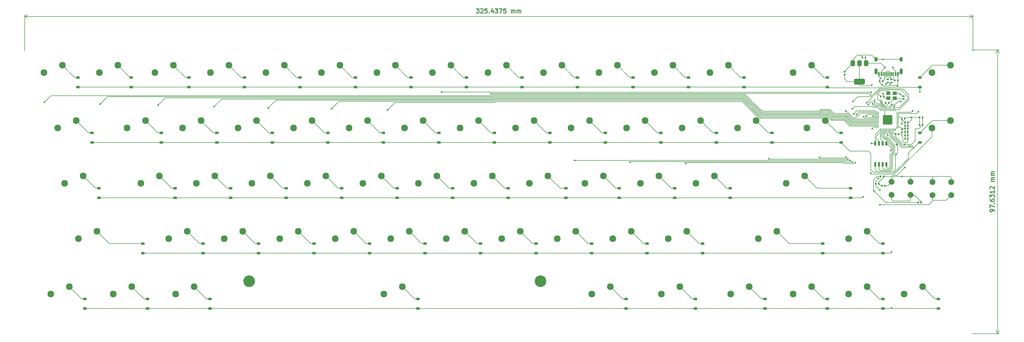
<source format=gbr>
%TF.GenerationSoftware,KiCad,Pcbnew,8.0.2*%
%TF.CreationDate,2024-06-20T11:33:05-07:00*%
%TF.ProjectId,keyboard_pcb,6b657962-6f61-4726-945f-7063622e6b69,1.0*%
%TF.SameCoordinates,Original*%
%TF.FileFunction,Copper,L2,Bot*%
%TF.FilePolarity,Positive*%
%FSLAX46Y46*%
G04 Gerber Fmt 4.6, Leading zero omitted, Abs format (unit mm)*
G04 Created by KiCad (PCBNEW 8.0.2) date 2024-06-20 11:33:05*
%MOMM*%
%LPD*%
G01*
G04 APERTURE LIST*
G04 Aperture macros list*
%AMRoundRect*
0 Rectangle with rounded corners*
0 $1 Rounding radius*
0 $2 $3 $4 $5 $6 $7 $8 $9 X,Y pos of 4 corners*
0 Add a 4 corners polygon primitive as box body*
4,1,4,$2,$3,$4,$5,$6,$7,$8,$9,$2,$3,0*
0 Add four circle primitives for the rounded corners*
1,1,$1+$1,$2,$3*
1,1,$1+$1,$4,$5*
1,1,$1+$1,$6,$7*
1,1,$1+$1,$8,$9*
0 Add four rect primitives between the rounded corners*
20,1,$1+$1,$2,$3,$4,$5,0*
20,1,$1+$1,$4,$5,$6,$7,0*
20,1,$1+$1,$6,$7,$8,$9,0*
20,1,$1+$1,$8,$9,$2,$3,0*%
G04 Aperture macros list end*
%ADD10C,0.300000*%
%TA.AperFunction,NonConductor*%
%ADD11C,0.300000*%
%TD*%
%TA.AperFunction,NonConductor*%
%ADD12C,0.200000*%
%TD*%
%TA.AperFunction,SMDPad,CuDef*%
%ADD13RoundRect,0.135000X0.135000X0.185000X-0.135000X0.185000X-0.135000X-0.185000X0.135000X-0.185000X0*%
%TD*%
%TA.AperFunction,SMDPad,CuDef*%
%ADD14RoundRect,0.135000X0.185000X-0.135000X0.185000X0.135000X-0.185000X0.135000X-0.185000X-0.135000X0*%
%TD*%
%TA.AperFunction,SMDPad,CuDef*%
%ADD15RoundRect,0.135000X-0.135000X-0.185000X0.135000X-0.185000X0.135000X0.185000X-0.135000X0.185000X0*%
%TD*%
%TA.AperFunction,ComponentPad*%
%ADD16C,2.300000*%
%TD*%
%TA.AperFunction,ComponentPad*%
%ADD17C,4.000000*%
%TD*%
%TA.AperFunction,SMDPad,CuDef*%
%ADD18RoundRect,0.140000X0.140000X0.170000X-0.140000X0.170000X-0.140000X-0.170000X0.140000X-0.170000X0*%
%TD*%
%TA.AperFunction,SMDPad,CuDef*%
%ADD19RoundRect,0.225000X0.375000X-0.225000X0.375000X0.225000X-0.375000X0.225000X-0.375000X-0.225000X0*%
%TD*%
%TA.AperFunction,SMDPad,CuDef*%
%ADD20RoundRect,0.140000X-0.140000X-0.170000X0.140000X-0.170000X0.140000X0.170000X-0.140000X0.170000X0*%
%TD*%
%TA.AperFunction,SMDPad,CuDef*%
%ADD21R,1.400000X1.200000*%
%TD*%
%TA.AperFunction,ComponentPad*%
%ADD22C,2.000000*%
%TD*%
%TA.AperFunction,SMDPad,CuDef*%
%ADD23RoundRect,0.140000X0.170000X-0.140000X0.170000X0.140000X-0.170000X0.140000X-0.170000X-0.140000X0*%
%TD*%
%TA.AperFunction,SMDPad,CuDef*%
%ADD24RoundRect,0.050000X-0.387500X-0.050000X0.387500X-0.050000X0.387500X0.050000X-0.387500X0.050000X0*%
%TD*%
%TA.AperFunction,SMDPad,CuDef*%
%ADD25RoundRect,0.050000X-0.050000X-0.387500X0.050000X-0.387500X0.050000X0.387500X-0.050000X0.387500X0*%
%TD*%
%TA.AperFunction,ComponentPad*%
%ADD26C,0.600000*%
%TD*%
%TA.AperFunction,SMDPad,CuDef*%
%ADD27RoundRect,0.144000X-1.456000X-1.456000X1.456000X-1.456000X1.456000X1.456000X-1.456000X1.456000X0*%
%TD*%
%TA.AperFunction,SMDPad,CuDef*%
%ADD28RoundRect,0.140000X-0.170000X0.140000X-0.170000X-0.140000X0.170000X-0.140000X0.170000X0.140000X0*%
%TD*%
%TA.AperFunction,SMDPad,CuDef*%
%ADD29RoundRect,0.375000X-0.375000X0.625000X-0.375000X-0.625000X0.375000X-0.625000X0.375000X0.625000X0*%
%TD*%
%TA.AperFunction,SMDPad,CuDef*%
%ADD30RoundRect,0.500000X-1.400000X0.500000X-1.400000X-0.500000X1.400000X-0.500000X1.400000X0.500000X0*%
%TD*%
%TA.AperFunction,SMDPad,CuDef*%
%ADD31RoundRect,0.150000X-0.150000X0.650000X-0.150000X-0.650000X0.150000X-0.650000X0.150000X0.650000X0*%
%TD*%
%TA.AperFunction,SMDPad,CuDef*%
%ADD32R,0.600000X1.450000*%
%TD*%
%TA.AperFunction,SMDPad,CuDef*%
%ADD33R,0.300000X1.450000*%
%TD*%
%TA.AperFunction,ComponentPad*%
%ADD34O,1.000000X1.600000*%
%TD*%
%TA.AperFunction,ComponentPad*%
%ADD35O,1.000000X2.100000*%
%TD*%
%TA.AperFunction,ViaPad*%
%ADD36C,0.600000*%
%TD*%
%TA.AperFunction,Conductor*%
%ADD37C,0.200000*%
%TD*%
G04 APERTURE END LIST*
D10*
D11*
X201835715Y-72378329D02*
X202764287Y-72378329D01*
X202764287Y-72378329D02*
X202264287Y-72949758D01*
X202264287Y-72949758D02*
X202478572Y-72949758D01*
X202478572Y-72949758D02*
X202621430Y-73021186D01*
X202621430Y-73021186D02*
X202692858Y-73092615D01*
X202692858Y-73092615D02*
X202764287Y-73235472D01*
X202764287Y-73235472D02*
X202764287Y-73592615D01*
X202764287Y-73592615D02*
X202692858Y-73735472D01*
X202692858Y-73735472D02*
X202621430Y-73806901D01*
X202621430Y-73806901D02*
X202478572Y-73878329D01*
X202478572Y-73878329D02*
X202050001Y-73878329D01*
X202050001Y-73878329D02*
X201907144Y-73806901D01*
X201907144Y-73806901D02*
X201835715Y-73735472D01*
X203335715Y-72521186D02*
X203407143Y-72449758D01*
X203407143Y-72449758D02*
X203550001Y-72378329D01*
X203550001Y-72378329D02*
X203907143Y-72378329D01*
X203907143Y-72378329D02*
X204050001Y-72449758D01*
X204050001Y-72449758D02*
X204121429Y-72521186D01*
X204121429Y-72521186D02*
X204192858Y-72664043D01*
X204192858Y-72664043D02*
X204192858Y-72806901D01*
X204192858Y-72806901D02*
X204121429Y-73021186D01*
X204121429Y-73021186D02*
X203264286Y-73878329D01*
X203264286Y-73878329D02*
X204192858Y-73878329D01*
X205550000Y-72378329D02*
X204835714Y-72378329D01*
X204835714Y-72378329D02*
X204764286Y-73092615D01*
X204764286Y-73092615D02*
X204835714Y-73021186D01*
X204835714Y-73021186D02*
X204978572Y-72949758D01*
X204978572Y-72949758D02*
X205335714Y-72949758D01*
X205335714Y-72949758D02*
X205478572Y-73021186D01*
X205478572Y-73021186D02*
X205550000Y-73092615D01*
X205550000Y-73092615D02*
X205621429Y-73235472D01*
X205621429Y-73235472D02*
X205621429Y-73592615D01*
X205621429Y-73592615D02*
X205550000Y-73735472D01*
X205550000Y-73735472D02*
X205478572Y-73806901D01*
X205478572Y-73806901D02*
X205335714Y-73878329D01*
X205335714Y-73878329D02*
X204978572Y-73878329D01*
X204978572Y-73878329D02*
X204835714Y-73806901D01*
X204835714Y-73806901D02*
X204764286Y-73735472D01*
X206264285Y-73735472D02*
X206335714Y-73806901D01*
X206335714Y-73806901D02*
X206264285Y-73878329D01*
X206264285Y-73878329D02*
X206192857Y-73806901D01*
X206192857Y-73806901D02*
X206264285Y-73735472D01*
X206264285Y-73735472D02*
X206264285Y-73878329D01*
X207621429Y-72878329D02*
X207621429Y-73878329D01*
X207264286Y-72306901D02*
X206907143Y-73378329D01*
X206907143Y-73378329D02*
X207835714Y-73378329D01*
X208264285Y-72378329D02*
X209192857Y-72378329D01*
X209192857Y-72378329D02*
X208692857Y-72949758D01*
X208692857Y-72949758D02*
X208907142Y-72949758D01*
X208907142Y-72949758D02*
X209050000Y-73021186D01*
X209050000Y-73021186D02*
X209121428Y-73092615D01*
X209121428Y-73092615D02*
X209192857Y-73235472D01*
X209192857Y-73235472D02*
X209192857Y-73592615D01*
X209192857Y-73592615D02*
X209121428Y-73735472D01*
X209121428Y-73735472D02*
X209050000Y-73806901D01*
X209050000Y-73806901D02*
X208907142Y-73878329D01*
X208907142Y-73878329D02*
X208478571Y-73878329D01*
X208478571Y-73878329D02*
X208335714Y-73806901D01*
X208335714Y-73806901D02*
X208264285Y-73735472D01*
X209692856Y-72378329D02*
X210692856Y-72378329D01*
X210692856Y-72378329D02*
X210049999Y-73878329D01*
X211978570Y-72378329D02*
X211264284Y-72378329D01*
X211264284Y-72378329D02*
X211192856Y-73092615D01*
X211192856Y-73092615D02*
X211264284Y-73021186D01*
X211264284Y-73021186D02*
X211407142Y-72949758D01*
X211407142Y-72949758D02*
X211764284Y-72949758D01*
X211764284Y-72949758D02*
X211907142Y-73021186D01*
X211907142Y-73021186D02*
X211978570Y-73092615D01*
X211978570Y-73092615D02*
X212049999Y-73235472D01*
X212049999Y-73235472D02*
X212049999Y-73592615D01*
X212049999Y-73592615D02*
X211978570Y-73735472D01*
X211978570Y-73735472D02*
X211907142Y-73806901D01*
X211907142Y-73806901D02*
X211764284Y-73878329D01*
X211764284Y-73878329D02*
X211407142Y-73878329D01*
X211407142Y-73878329D02*
X211264284Y-73806901D01*
X211264284Y-73806901D02*
X211192856Y-73735472D01*
X213835712Y-73878329D02*
X213835712Y-72878329D01*
X213835712Y-73021186D02*
X213907141Y-72949758D01*
X213907141Y-72949758D02*
X214049998Y-72878329D01*
X214049998Y-72878329D02*
X214264284Y-72878329D01*
X214264284Y-72878329D02*
X214407141Y-72949758D01*
X214407141Y-72949758D02*
X214478570Y-73092615D01*
X214478570Y-73092615D02*
X214478570Y-73878329D01*
X214478570Y-73092615D02*
X214549998Y-72949758D01*
X214549998Y-72949758D02*
X214692855Y-72878329D01*
X214692855Y-72878329D02*
X214907141Y-72878329D01*
X214907141Y-72878329D02*
X215049998Y-72949758D01*
X215049998Y-72949758D02*
X215121427Y-73092615D01*
X215121427Y-73092615D02*
X215121427Y-73878329D01*
X215835712Y-73878329D02*
X215835712Y-72878329D01*
X215835712Y-73021186D02*
X215907141Y-72949758D01*
X215907141Y-72949758D02*
X216049998Y-72878329D01*
X216049998Y-72878329D02*
X216264284Y-72878329D01*
X216264284Y-72878329D02*
X216407141Y-72949758D01*
X216407141Y-72949758D02*
X216478570Y-73092615D01*
X216478570Y-73092615D02*
X216478570Y-73878329D01*
X216478570Y-73092615D02*
X216549998Y-72949758D01*
X216549998Y-72949758D02*
X216692855Y-72878329D01*
X216692855Y-72878329D02*
X216907141Y-72878329D01*
X216907141Y-72878329D02*
X217049998Y-72949758D01*
X217049998Y-72949758D02*
X217121427Y-73092615D01*
X217121427Y-73092615D02*
X217121427Y-73878329D01*
D12*
X372268750Y-86812500D02*
X372268750Y-74413581D01*
X46831250Y-86812500D02*
X46831250Y-74413581D01*
X372268750Y-75000001D02*
X46831250Y-75000001D01*
X372268750Y-75000001D02*
X46831250Y-75000001D01*
X372268750Y-75000001D02*
X371142246Y-75586422D01*
X372268750Y-75000001D02*
X371142246Y-74413580D01*
X46831250Y-75000001D02*
X47957754Y-74413580D01*
X46831250Y-75000001D02*
X47957754Y-75586422D01*
D10*
D11*
X379628328Y-142120087D02*
X379628328Y-141834373D01*
X379628328Y-141834373D02*
X379556900Y-141691516D01*
X379556900Y-141691516D02*
X379485471Y-141620087D01*
X379485471Y-141620087D02*
X379271185Y-141477230D01*
X379271185Y-141477230D02*
X378985471Y-141405801D01*
X378985471Y-141405801D02*
X378414042Y-141405801D01*
X378414042Y-141405801D02*
X378271185Y-141477230D01*
X378271185Y-141477230D02*
X378199757Y-141548659D01*
X378199757Y-141548659D02*
X378128328Y-141691516D01*
X378128328Y-141691516D02*
X378128328Y-141977230D01*
X378128328Y-141977230D02*
X378199757Y-142120087D01*
X378199757Y-142120087D02*
X378271185Y-142191516D01*
X378271185Y-142191516D02*
X378414042Y-142262944D01*
X378414042Y-142262944D02*
X378771185Y-142262944D01*
X378771185Y-142262944D02*
X378914042Y-142191516D01*
X378914042Y-142191516D02*
X378985471Y-142120087D01*
X378985471Y-142120087D02*
X379056900Y-141977230D01*
X379056900Y-141977230D02*
X379056900Y-141691516D01*
X379056900Y-141691516D02*
X378985471Y-141548659D01*
X378985471Y-141548659D02*
X378914042Y-141477230D01*
X378914042Y-141477230D02*
X378771185Y-141405801D01*
X378128328Y-140905802D02*
X378128328Y-139905802D01*
X378128328Y-139905802D02*
X379628328Y-140548659D01*
X379485471Y-139334374D02*
X379556900Y-139262945D01*
X379556900Y-139262945D02*
X379628328Y-139334374D01*
X379628328Y-139334374D02*
X379556900Y-139405802D01*
X379556900Y-139405802D02*
X379485471Y-139334374D01*
X379485471Y-139334374D02*
X379628328Y-139334374D01*
X378128328Y-137977231D02*
X378128328Y-138262945D01*
X378128328Y-138262945D02*
X378199757Y-138405802D01*
X378199757Y-138405802D02*
X378271185Y-138477231D01*
X378271185Y-138477231D02*
X378485471Y-138620088D01*
X378485471Y-138620088D02*
X378771185Y-138691516D01*
X378771185Y-138691516D02*
X379342614Y-138691516D01*
X379342614Y-138691516D02*
X379485471Y-138620088D01*
X379485471Y-138620088D02*
X379556900Y-138548659D01*
X379556900Y-138548659D02*
X379628328Y-138405802D01*
X379628328Y-138405802D02*
X379628328Y-138120088D01*
X379628328Y-138120088D02*
X379556900Y-137977231D01*
X379556900Y-137977231D02*
X379485471Y-137905802D01*
X379485471Y-137905802D02*
X379342614Y-137834373D01*
X379342614Y-137834373D02*
X378985471Y-137834373D01*
X378985471Y-137834373D02*
X378842614Y-137905802D01*
X378842614Y-137905802D02*
X378771185Y-137977231D01*
X378771185Y-137977231D02*
X378699757Y-138120088D01*
X378699757Y-138120088D02*
X378699757Y-138405802D01*
X378699757Y-138405802D02*
X378771185Y-138548659D01*
X378771185Y-138548659D02*
X378842614Y-138620088D01*
X378842614Y-138620088D02*
X378985471Y-138691516D01*
X378128328Y-137334374D02*
X378128328Y-136405802D01*
X378128328Y-136405802D02*
X378699757Y-136905802D01*
X378699757Y-136905802D02*
X378699757Y-136691517D01*
X378699757Y-136691517D02*
X378771185Y-136548660D01*
X378771185Y-136548660D02*
X378842614Y-136477231D01*
X378842614Y-136477231D02*
X378985471Y-136405802D01*
X378985471Y-136405802D02*
X379342614Y-136405802D01*
X379342614Y-136405802D02*
X379485471Y-136477231D01*
X379485471Y-136477231D02*
X379556900Y-136548660D01*
X379556900Y-136548660D02*
X379628328Y-136691517D01*
X379628328Y-136691517D02*
X379628328Y-137120088D01*
X379628328Y-137120088D02*
X379556900Y-137262945D01*
X379556900Y-137262945D02*
X379485471Y-137334374D01*
X379628328Y-134977231D02*
X379628328Y-135834374D01*
X379628328Y-135405803D02*
X378128328Y-135405803D01*
X378128328Y-135405803D02*
X378342614Y-135548660D01*
X378342614Y-135548660D02*
X378485471Y-135691517D01*
X378485471Y-135691517D02*
X378556900Y-135834374D01*
X378271185Y-134405803D02*
X378199757Y-134334375D01*
X378199757Y-134334375D02*
X378128328Y-134191518D01*
X378128328Y-134191518D02*
X378128328Y-133834375D01*
X378128328Y-133834375D02*
X378199757Y-133691518D01*
X378199757Y-133691518D02*
X378271185Y-133620089D01*
X378271185Y-133620089D02*
X378414042Y-133548660D01*
X378414042Y-133548660D02*
X378556900Y-133548660D01*
X378556900Y-133548660D02*
X378771185Y-133620089D01*
X378771185Y-133620089D02*
X379628328Y-134477232D01*
X379628328Y-134477232D02*
X379628328Y-133548660D01*
X379628328Y-131762947D02*
X378628328Y-131762947D01*
X378771185Y-131762947D02*
X378699757Y-131691518D01*
X378699757Y-131691518D02*
X378628328Y-131548661D01*
X378628328Y-131548661D02*
X378628328Y-131334375D01*
X378628328Y-131334375D02*
X378699757Y-131191518D01*
X378699757Y-131191518D02*
X378842614Y-131120090D01*
X378842614Y-131120090D02*
X379628328Y-131120090D01*
X378842614Y-131120090D02*
X378699757Y-131048661D01*
X378699757Y-131048661D02*
X378628328Y-130905804D01*
X378628328Y-130905804D02*
X378628328Y-130691518D01*
X378628328Y-130691518D02*
X378699757Y-130548661D01*
X378699757Y-130548661D02*
X378842614Y-130477232D01*
X378842614Y-130477232D02*
X379628328Y-130477232D01*
X379628328Y-129762947D02*
X378628328Y-129762947D01*
X378771185Y-129762947D02*
X378699757Y-129691518D01*
X378699757Y-129691518D02*
X378628328Y-129548661D01*
X378628328Y-129548661D02*
X378628328Y-129334375D01*
X378628328Y-129334375D02*
X378699757Y-129191518D01*
X378699757Y-129191518D02*
X378842614Y-129120090D01*
X378842614Y-129120090D02*
X379628328Y-129120090D01*
X378842614Y-129120090D02*
X378699757Y-129048661D01*
X378699757Y-129048661D02*
X378628328Y-128905804D01*
X378628328Y-128905804D02*
X378628328Y-128691518D01*
X378628328Y-128691518D02*
X378699757Y-128548661D01*
X378699757Y-128548661D02*
X378842614Y-128477232D01*
X378842614Y-128477232D02*
X379628328Y-128477232D01*
D12*
X371975000Y-184150000D02*
X381336420Y-184150000D01*
X371975000Y-86518750D02*
X381336420Y-86518750D01*
X380750000Y-184150000D02*
X380750000Y-86518750D01*
X380750000Y-184150000D02*
X380750000Y-86518750D01*
X380750000Y-184150000D02*
X380163579Y-183023496D01*
X380750000Y-184150000D02*
X381336421Y-183023496D01*
X380750000Y-86518750D02*
X381336421Y-87645254D01*
X380750000Y-86518750D02*
X380163579Y-87645254D01*
D13*
%TO.P,R8,1*%
%TO.N,3v3*%
X339910000Y-132600000D03*
%TO.P,R8,2*%
%TO.N,Net-(U3-RUN)*%
X338890000Y-132600000D03*
%TD*%
%TO.P,R7,1*%
%TO.N,Net-(C16-Pad2)*%
X343310000Y-104775000D03*
%TO.P,R7,2*%
%TO.N,Net-(U3-XOUT)*%
X342290000Y-104775000D03*
%TD*%
%TO.P,R6,1*%
%TO.N,3v3*%
X341601465Y-130060366D03*
%TO.P,R6,2*%
%TO.N,Net-(U2-~{CS})*%
X340581465Y-130060366D03*
%TD*%
D14*
%TO.P,R5,1*%
%TO.N,Net-(U3-USB_DM)*%
X343116465Y-97704690D03*
%TO.P,R5,2*%
%TO.N,USB_D-*%
X343116465Y-96684690D03*
%TD*%
D13*
%TO.P,R4,1*%
%TO.N,Net-(R4-Pad1)*%
X354537179Y-139010366D03*
%TO.P,R4,2*%
%TO.N,Net-(U2-~{CS})*%
X353517179Y-139010366D03*
%TD*%
D14*
%TO.P,R3,1*%
%TO.N,Net-(U3-USB_DP)*%
X344366465Y-97701317D03*
%TO.P,R3,2*%
%TO.N,USB_D+*%
X344366465Y-96681317D03*
%TD*%
D15*
%TO.P,R2,1*%
%TO.N,Net-(J1-CC2)*%
X345490000Y-97060366D03*
%TO.P,R2,2*%
%TO.N,GND*%
X346510000Y-97060366D03*
%TD*%
D13*
%TO.P,R1,1*%
%TO.N,Net-(J1-CC1)*%
X341310000Y-97310366D03*
%TO.P,R1,2*%
%TO.N,GND*%
X340290000Y-97310366D03*
%TD*%
D16*
%TO.P,MX11,1,1*%
%TO.N,COL_11*%
X243893965Y-94357866D03*
%TO.P,MX11,2,2*%
%TO.N,Net-(D11-A)*%
X250243965Y-91817866D03*
%TD*%
%TO.P,MX18,1,1*%
%TO.N,COL_3*%
X101018965Y-113407866D03*
%TO.P,MX18,2,2*%
%TO.N,Net-(D18-A)*%
X107368965Y-110867866D03*
%TD*%
%TO.P,MX8,1,1*%
%TO.N,COL_8*%
X186743965Y-94357866D03*
%TO.P,MX8,2,2*%
%TO.N,Net-(D8-A)*%
X193093965Y-91817866D03*
%TD*%
%TO.P,MX65,1,1*%
%TO.N,COL_14*%
X329618965Y-170557866D03*
%TO.P,MX65,2,2*%
%TO.N,Net-(D65-A)*%
X335968965Y-168017866D03*
%TD*%
%TO.P,MX29,1,1*%
%TO.N,COL_14*%
X315331465Y-113407866D03*
%TO.P,MX29,2,2*%
%TO.N,Net-(D29-A)*%
X321681465Y-110867866D03*
%TD*%
%TO.P,MX14,1,1*%
%TO.N,COL_14*%
X310568965Y-94357866D03*
%TO.P,MX14,2,2*%
%TO.N,Net-(D14-A)*%
X316918965Y-91817866D03*
%TD*%
%TO.P,MX43,1,1*%
%TO.N,COL_13*%
X308187715Y-132457866D03*
%TO.P,MX43,2,2*%
%TO.N,Net-(D43-A)*%
X314537715Y-129917866D03*
%TD*%
%TO.P,MX48,1,1*%
%TO.N,COL_5*%
X153406465Y-151507866D03*
%TO.P,MX48,2,2*%
%TO.N,Net-(D48-A)*%
X159756465Y-148967866D03*
%TD*%
%TO.P,MX15,1,1*%
%TO.N,COL_15*%
X358193965Y-94357866D03*
%TO.P,MX15,2,2*%
%TO.N,Net-(D15-A)*%
X364543965Y-91817866D03*
%TD*%
%TO.P,MX49,1,1*%
%TO.N,COL_6*%
X172456465Y-151507866D03*
%TO.P,MX49,2,2*%
%TO.N,Net-(D49-A)*%
X178806465Y-148967866D03*
%TD*%
%TO.P,MX59,1,1*%
%TO.N,COL_3*%
X98637715Y-170557866D03*
%TO.P,MX59,2,2*%
%TO.N,Net-(D59-A)*%
X104987715Y-168017866D03*
%TD*%
%TO.P,MX3,1,1*%
%TO.N,COL_3*%
X91493965Y-94357866D03*
%TO.P,MX3,2,2*%
%TO.N,Net-(D3-A)*%
X97843965Y-91817866D03*
%TD*%
D17*
%TO.P,S5,*%
%TO.N,*%
X123878965Y-166112866D03*
X223891465Y-166112866D03*
%TD*%
D16*
%TO.P,MX55,1,1*%
%TO.N,COL_12*%
X298662715Y-151507866D03*
%TO.P,MX55,2,2*%
%TO.N,Net-(D55-A)*%
X305012715Y-148967866D03*
%TD*%
%TO.P,MX27,1,1*%
%TO.N,COL_12*%
X272468965Y-113407866D03*
%TO.P,MX27,2,2*%
%TO.N,Net-(D27-A)*%
X278818965Y-110867866D03*
%TD*%
%TO.P,MX50,1,1*%
%TO.N,COL_7*%
X191506465Y-151507866D03*
%TO.P,MX50,2,2*%
%TO.N,Net-(D50-A)*%
X197856465Y-148967866D03*
%TD*%
%TO.P,MX25,1,1*%
%TO.N,COL_10*%
X234368965Y-113407866D03*
%TO.P,MX25,2,2*%
%TO.N,Net-(D25-A)*%
X240718965Y-110867866D03*
%TD*%
%TO.P,MX7,1,1*%
%TO.N,COL_7*%
X167693965Y-94357866D03*
%TO.P,MX7,2,2*%
%TO.N,Net-(D7-A)*%
X174043965Y-91817866D03*
%TD*%
%TO.P,MX61,1,1*%
%TO.N,COL_9*%
X241512715Y-170557866D03*
%TO.P,MX61,2,2*%
%TO.N,Net-(D61-A)*%
X247862715Y-168017866D03*
%TD*%
%TO.P,MX36,1,1*%
%TO.N,COL_6*%
X162931465Y-132457866D03*
%TO.P,MX36,2,2*%
%TO.N,Net-(D36-A)*%
X169281465Y-129917866D03*
%TD*%
%TO.P,MX1,1,1*%
%TO.N,COL_1*%
X53393965Y-94357866D03*
%TO.P,MX1,2,2*%
%TO.N,Net-(D1-A)*%
X59743965Y-91817866D03*
%TD*%
%TO.P,MX35,1,1*%
%TO.N,COL_5*%
X143881465Y-132457866D03*
%TO.P,MX35,2,2*%
%TO.N,Net-(D35-A)*%
X150231465Y-129917866D03*
%TD*%
%TO.P,MX52,1,1*%
%TO.N,COL_9*%
X229606465Y-151507866D03*
%TO.P,MX52,2,2*%
%TO.N,Net-(D52-A)*%
X235956465Y-148967866D03*
%TD*%
%TO.P,MX20,1,1*%
%TO.N,COL_5*%
X139118965Y-113407866D03*
%TO.P,MX20,2,2*%
%TO.N,Net-(D20-A)*%
X145468965Y-110867866D03*
%TD*%
%TO.P,MX31,1,1*%
%TO.N,COL_1*%
X60537715Y-132457866D03*
%TO.P,MX31,2,2*%
%TO.N,Net-(D31-A)*%
X66887715Y-129917866D03*
%TD*%
%TO.P,MX4,1,1*%
%TO.N,COL_4*%
X110543965Y-94357866D03*
%TO.P,MX4,2,2*%
%TO.N,Net-(D4-A)*%
X116893965Y-91817866D03*
%TD*%
%TO.P,MX19,1,1*%
%TO.N,COL_4*%
X120068965Y-113407866D03*
%TO.P,MX19,2,2*%
%TO.N,Net-(D19-A)*%
X126418965Y-110867866D03*
%TD*%
%TO.P,MX34,1,1*%
%TO.N,COL_4*%
X124831465Y-132457866D03*
%TO.P,MX34,2,2*%
%TO.N,Net-(D34-A)*%
X131181465Y-129917866D03*
%TD*%
%TO.P,MX46,1,1*%
%TO.N,COL_3*%
X115306465Y-151507866D03*
%TO.P,MX46,2,2*%
%TO.N,Net-(D46-A)*%
X121656465Y-148967866D03*
%TD*%
%TO.P,MX53,1,1*%
%TO.N,COL_10*%
X248656465Y-151507866D03*
%TO.P,MX53,2,2*%
%TO.N,Net-(D53-A)*%
X255006465Y-148967866D03*
%TD*%
%TO.P,MX16,1,1*%
%TO.N,COL_1*%
X58156465Y-113407866D03*
%TO.P,MX16,2,2*%
%TO.N,Net-(D16-A)*%
X64506465Y-110867866D03*
%TD*%
%TO.P,MX38,1,1*%
%TO.N,COL_8*%
X201031465Y-132457866D03*
%TO.P,MX38,2,2*%
%TO.N,Net-(D38-A)*%
X207381465Y-129917866D03*
%TD*%
%TO.P,MX64,1,1*%
%TO.N,COL_12*%
X310568965Y-170557866D03*
%TO.P,MX64,2,2*%
%TO.N,Net-(D64-A)*%
X316918965Y-168017866D03*
%TD*%
%TO.P,MX41,1,1*%
%TO.N,COL_11*%
X258181465Y-132457866D03*
%TO.P,MX41,2,2*%
%TO.N,Net-(D41-A)*%
X264531465Y-129917866D03*
%TD*%
%TO.P,MX21,1,1*%
%TO.N,COL_6*%
X158168965Y-113407866D03*
%TO.P,MX21,2,2*%
%TO.N,Net-(D21-A)*%
X164518965Y-110867866D03*
%TD*%
%TO.P,MX56,1,1*%
%TO.N,COL_14*%
X329618965Y-151507866D03*
%TO.P,MX56,2,2*%
%TO.N,Net-(D56-A)*%
X335968965Y-148967866D03*
%TD*%
%TO.P,MX23,1,1*%
%TO.N,COL_8*%
X196268965Y-113407866D03*
%TO.P,MX23,2,2*%
%TO.N,Net-(D23-A)*%
X202618965Y-110867866D03*
%TD*%
%TO.P,MX51,1,1*%
%TO.N,COL_8*%
X210556465Y-151507866D03*
%TO.P,MX51,2,2*%
%TO.N,Net-(D51-A)*%
X216906465Y-148967866D03*
%TD*%
%TO.P,MX58,1,1*%
%TO.N,COL_2*%
X77206465Y-170557866D03*
%TO.P,MX58,2,2*%
%TO.N,Net-(D58-A)*%
X83556465Y-168017866D03*
%TD*%
%TO.P,MX40,1,1*%
%TO.N,COL_10*%
X239131465Y-132457866D03*
%TO.P,MX40,2,2*%
%TO.N,Net-(D40-A)*%
X245481465Y-129917866D03*
%TD*%
%TO.P,MX32,1,1*%
%TO.N,COL_2*%
X86731465Y-132457866D03*
%TO.P,MX32,2,2*%
%TO.N,Net-(D32-A)*%
X93081465Y-129917866D03*
%TD*%
%TO.P,MX5,1,1*%
%TO.N,COL_5*%
X129593965Y-94357866D03*
%TO.P,MX5,2,2*%
%TO.N,Net-(D5-A)*%
X135943965Y-91817866D03*
%TD*%
%TO.P,MX10,1,1*%
%TO.N,COL_10*%
X224843965Y-94357866D03*
%TO.P,MX10,2,2*%
%TO.N,Net-(D10-A)*%
X231193965Y-91817866D03*
%TD*%
%TO.P,MX66,1,1*%
%TO.N,COL_15*%
X348668965Y-170557866D03*
%TO.P,MX66,2,2*%
%TO.N,Net-(D66-A)*%
X355018965Y-168017866D03*
%TD*%
%TO.P,MX33,1,1*%
%TO.N,COL_3*%
X105781465Y-132457866D03*
%TO.P,MX33,2,2*%
%TO.N,Net-(D33-A)*%
X112131465Y-129917866D03*
%TD*%
%TO.P,MX44,1,1*%
%TO.N,COL_1*%
X65300215Y-151507866D03*
%TO.P,MX44,2,2*%
%TO.N,Net-(D44-A)*%
X71650215Y-148967866D03*
%TD*%
%TO.P,MX30,1,1*%
%TO.N,COL_15*%
X358193965Y-113407866D03*
%TO.P,MX30,2,2*%
%TO.N,Net-(D30-A)*%
X364543965Y-110867866D03*
%TD*%
%TO.P,MX12,1,1*%
%TO.N,COL_12*%
X262943965Y-94357866D03*
%TO.P,MX12,2,2*%
%TO.N,Net-(D12-A)*%
X269293965Y-91817866D03*
%TD*%
%TO.P,MX63,1,1*%
%TO.N,COL_11*%
X289137715Y-170557866D03*
%TO.P,MX63,2,2*%
%TO.N,Net-(D63-A)*%
X295487715Y-168017866D03*
%TD*%
%TO.P,MX6,1,1*%
%TO.N,COL_6*%
X148643965Y-94357866D03*
%TO.P,MX6,2,2*%
%TO.N,Net-(D6-A)*%
X154993965Y-91817866D03*
%TD*%
%TO.P,MX17,1,1*%
%TO.N,COL_2*%
X81968965Y-113407866D03*
%TO.P,MX17,2,2*%
%TO.N,Net-(D17-A)*%
X88318965Y-110867866D03*
%TD*%
%TO.P,MX54,1,1*%
%TO.N,COL_11*%
X267706465Y-151507866D03*
%TO.P,MX54,2,2*%
%TO.N,Net-(D54-A)*%
X274056465Y-148967866D03*
%TD*%
%TO.P,MX26,1,1*%
%TO.N,COL_11*%
X253418965Y-113407866D03*
%TO.P,MX26,2,2*%
%TO.N,Net-(D26-A)*%
X259768965Y-110867866D03*
%TD*%
%TO.P,MX22,1,1*%
%TO.N,COL_7*%
X177218965Y-113407866D03*
%TO.P,MX22,2,2*%
%TO.N,Net-(D22-A)*%
X183568965Y-110867866D03*
%TD*%
%TO.P,MX47,1,1*%
%TO.N,COL_4*%
X134356465Y-151507866D03*
%TO.P,MX47,2,2*%
%TO.N,Net-(D47-A)*%
X140706465Y-148967866D03*
%TD*%
%TO.P,MX13,1,1*%
%TO.N,COL_13*%
X281993965Y-94357866D03*
%TO.P,MX13,2,2*%
%TO.N,Net-(D13-A)*%
X288343965Y-91817866D03*
%TD*%
%TO.P,MX62,1,1*%
%TO.N,COL_10*%
X265325215Y-170557866D03*
%TO.P,MX62,2,2*%
%TO.N,Net-(D62-A)*%
X271675215Y-168017866D03*
%TD*%
%TO.P,MX60,1,1*%
%TO.N,COL_4*%
X170075215Y-170557866D03*
%TO.P,MX60,2,2*%
%TO.N,Net-(D60-A)*%
X176425215Y-168017866D03*
%TD*%
%TO.P,MX28,1,1*%
%TO.N,COL_13*%
X291518965Y-113407866D03*
%TO.P,MX28,2,2*%
%TO.N,Net-(D28-A)*%
X297868965Y-110867866D03*
%TD*%
%TO.P,MX45,1,1*%
%TO.N,COL_2*%
X96256465Y-151507866D03*
%TO.P,MX45,2,2*%
%TO.N,Net-(D45-A)*%
X102606465Y-148967866D03*
%TD*%
%TO.P,MX2,1,1*%
%TO.N,COL_2*%
X72443965Y-94357866D03*
%TO.P,MX2,2,2*%
%TO.N,Net-(D2-A)*%
X78793965Y-91817866D03*
%TD*%
%TO.P,MX24,1,1*%
%TO.N,COL_9*%
X215318965Y-113407866D03*
%TO.P,MX24,2,2*%
%TO.N,Net-(D24-A)*%
X221668965Y-110867866D03*
%TD*%
%TO.P,MX9,1,1*%
%TO.N,COL_9*%
X205793965Y-94357866D03*
%TO.P,MX9,2,2*%
%TO.N,Net-(D9-A)*%
X212143965Y-91817866D03*
%TD*%
%TO.P,MX57,1,1*%
%TO.N,COL_1*%
X55775215Y-170557866D03*
%TO.P,MX57,2,2*%
%TO.N,Net-(D57-A)*%
X62125215Y-168017866D03*
%TD*%
%TO.P,MX42,1,1*%
%TO.N,COL_12*%
X277231465Y-132457866D03*
%TO.P,MX42,2,2*%
%TO.N,Net-(D42-A)*%
X283581465Y-129917866D03*
%TD*%
%TO.P,MX37,1,1*%
%TO.N,COL_7*%
X181981465Y-132457866D03*
%TO.P,MX37,2,2*%
%TO.N,Net-(D37-A)*%
X188331465Y-129917866D03*
%TD*%
%TO.P,MX39,1,1*%
%TO.N,COL_9*%
X220081465Y-132457866D03*
%TO.P,MX39,2,2*%
%TO.N,Net-(D39-A)*%
X226431465Y-129917866D03*
%TD*%
D18*
%TO.P,C3,1*%
%TO.N,Net-(U3-VREG_VOUT)*%
X355000000Y-109750000D03*
%TO.P,C3,2*%
%TO.N,GND*%
X354040000Y-109750000D03*
%TD*%
D19*
%TO.P,D38,1,K*%
%TO.N,ROW_3*%
X212778965Y-137441616D03*
%TO.P,D38,2,A*%
%TO.N,Net-(D38-A)*%
X212778965Y-134141616D03*
%TD*%
D20*
%TO.P,C11,1*%
%TO.N,3v3*%
X349006465Y-111540366D03*
%TO.P,C11,2*%
%TO.N,GND*%
X349966465Y-111540366D03*
%TD*%
D19*
%TO.P,D48,1,K*%
%TO.N,ROW_4*%
X165153965Y-156491616D03*
%TO.P,D48,2,A*%
%TO.N,Net-(D48-A)*%
X165153965Y-153191616D03*
%TD*%
%TO.P,D52,1,K*%
%TO.N,ROW_4*%
X241353965Y-156491616D03*
%TO.P,D52,2,A*%
%TO.N,Net-(D52-A)*%
X241353965Y-153191616D03*
%TD*%
D20*
%TO.P,C14,1*%
%TO.N,3v3*%
X341136465Y-133310366D03*
%TO.P,C14,2*%
%TO.N,GND*%
X342096465Y-133310366D03*
%TD*%
D19*
%TO.P,D30,1,K*%
%TO.N,ROW_2*%
X354066465Y-118391616D03*
%TO.P,D30,2,A*%
%TO.N,Net-(D30-A)*%
X354066465Y-115091616D03*
%TD*%
D20*
%TO.P,C5,1*%
%TO.N,3v3*%
X347866465Y-110160366D03*
%TO.P,C5,2*%
%TO.N,GND*%
X348826465Y-110160366D03*
%TD*%
D19*
%TO.P,D2,1,K*%
%TO.N,ROW_1*%
X83397715Y-99341616D03*
%TO.P,D2,2,A*%
%TO.N,Net-(D2-A)*%
X83397715Y-96041616D03*
%TD*%
%TO.P,D64,1,K*%
%TO.N,ROW_5*%
X322316465Y-175541616D03*
%TO.P,D64,2,A*%
%TO.N,Net-(D64-A)*%
X322316465Y-172241616D03*
%TD*%
%TO.P,D59,1,K*%
%TO.N,ROW_5*%
X110385215Y-175541616D03*
%TO.P,D59,2,A*%
%TO.N,Net-(D59-A)*%
X110385215Y-172241616D03*
%TD*%
%TO.P,D31,1,K*%
%TO.N,ROW_3*%
X72285215Y-137441616D03*
%TO.P,D31,2,A*%
%TO.N,Net-(D31-A)*%
X72285215Y-134141616D03*
%TD*%
%TO.P,D20,1,K*%
%TO.N,ROW_2*%
X150866465Y-118391616D03*
%TO.P,D20,2,A*%
%TO.N,Net-(D20-A)*%
X150866465Y-115091616D03*
%TD*%
%TO.P,D57,1,K*%
%TO.N,ROW_5*%
X67522715Y-175541616D03*
%TO.P,D57,2,A*%
%TO.N,Net-(D57-A)*%
X67522715Y-172241616D03*
%TD*%
%TO.P,D41,1,K*%
%TO.N,ROW_3*%
X269928965Y-137441616D03*
%TO.P,D41,2,A*%
%TO.N,Net-(D41-A)*%
X269928965Y-134141616D03*
%TD*%
%TO.P,D8,1,K*%
%TO.N,ROW_1*%
X198491465Y-99341616D03*
%TO.P,D8,2,A*%
%TO.N,Net-(D8-A)*%
X198491465Y-96041616D03*
%TD*%
%TO.P,D16,1,K*%
%TO.N,ROW_2*%
X69903965Y-118391616D03*
%TO.P,D16,2,A*%
%TO.N,Net-(D16-A)*%
X69903965Y-115091616D03*
%TD*%
%TO.P,D14,1,K*%
%TO.N,ROW_1*%
X322316465Y-99341616D03*
%TO.P,D14,2,A*%
%TO.N,Net-(D14-A)*%
X322316465Y-96041616D03*
%TD*%
%TO.P,D6,1,K*%
%TO.N,ROW_1*%
X160391465Y-99341616D03*
%TO.P,D6,2,A*%
%TO.N,Net-(D6-A)*%
X160391465Y-96041616D03*
%TD*%
D20*
%TO.P,C7,1*%
%TO.N,3v3*%
X349006465Y-114760366D03*
%TO.P,C7,2*%
%TO.N,GND*%
X349966465Y-114760366D03*
%TD*%
D19*
%TO.P,D1,1,K*%
%TO.N,ROW_1*%
X65141465Y-99341616D03*
%TO.P,D1,2,A*%
%TO.N,Net-(D1-A)*%
X65141465Y-96041616D03*
%TD*%
%TO.P,D4,1,K*%
%TO.N,ROW_1*%
X122291465Y-99341616D03*
%TO.P,D4,2,A*%
%TO.N,Net-(D4-A)*%
X122291465Y-96041616D03*
%TD*%
%TO.P,D39,1,K*%
%TO.N,ROW_3*%
X232622715Y-137441616D03*
%TO.P,D39,2,A*%
%TO.N,Net-(D39-A)*%
X232622715Y-134141616D03*
%TD*%
%TO.P,D35,1,K*%
%TO.N,ROW_3*%
X155628965Y-137441616D03*
%TO.P,D35,2,A*%
%TO.N,Net-(D35-A)*%
X155628965Y-134141616D03*
%TD*%
D21*
%TO.P,Y1,1,1*%
%TO.N,Net-(C16-Pad2)*%
X345466465Y-103160366D03*
%TO.P,Y1,2,2*%
%TO.N,GND*%
X343266465Y-103160366D03*
%TO.P,Y1,3,3*%
%TO.N,Net-(U3-XIN)*%
X343266465Y-101460366D03*
%TO.P,Y1,4,4*%
%TO.N,GND*%
X345466465Y-101460366D03*
%TD*%
D20*
%TO.P,C12,1*%
%TO.N,Net-(U3-VREG_VOUT)*%
X345770000Y-115500000D03*
%TO.P,C12,2*%
%TO.N,GND*%
X346730000Y-115500000D03*
%TD*%
D19*
%TO.P,D17,1,K*%
%TO.N,ROW_2*%
X93716465Y-118391616D03*
%TO.P,D17,2,A*%
%TO.N,Net-(D17-A)*%
X93716465Y-115091616D03*
%TD*%
%TO.P,D37,1,K*%
%TO.N,ROW_3*%
X193728965Y-137441616D03*
%TO.P,D37,2,A*%
%TO.N,Net-(D37-A)*%
X193728965Y-134141616D03*
%TD*%
%TO.P,D22,1,K*%
%TO.N,ROW_2*%
X188966465Y-118391616D03*
%TO.P,D22,2,A*%
%TO.N,Net-(D22-A)*%
X188966465Y-115091616D03*
%TD*%
%TO.P,D43,1,K*%
%TO.N,ROW_3*%
X330253965Y-137441616D03*
%TO.P,D43,2,A*%
%TO.N,Net-(D43-A)*%
X330253965Y-134141616D03*
%TD*%
D20*
%TO.P,C8,1*%
%TO.N,3v3*%
X349006465Y-115960366D03*
%TO.P,C8,2*%
%TO.N,GND*%
X349966465Y-115960366D03*
%TD*%
D19*
%TO.P,D29,1,K*%
%TO.N,ROW_2*%
X327078965Y-118391616D03*
%TO.P,D29,2,A*%
%TO.N,Net-(D29-A)*%
X327078965Y-115091616D03*
%TD*%
%TO.P,D63,1,K*%
%TO.N,ROW_5*%
X300885215Y-175541616D03*
%TO.P,D63,2,A*%
%TO.N,Net-(D63-A)*%
X300885215Y-172241616D03*
%TD*%
%TO.P,D60,1,K*%
%TO.N,ROW_5*%
X181822715Y-175541616D03*
%TO.P,D60,2,A*%
%TO.N,Net-(D60-A)*%
X181822715Y-172241616D03*
%TD*%
%TO.P,D51,1,K*%
%TO.N,ROW_4*%
X222303965Y-156491616D03*
%TO.P,D51,2,A*%
%TO.N,Net-(D51-A)*%
X222303965Y-153191616D03*
%TD*%
%TO.P,D3,1,K*%
%TO.N,ROW_1*%
X103241465Y-99341616D03*
%TO.P,D3,2,A*%
%TO.N,Net-(D3-A)*%
X103241465Y-96041616D03*
%TD*%
%TO.P,D44,1,K*%
%TO.N,ROW_4*%
X87366465Y-156491616D03*
%TO.P,D44,2,A*%
%TO.N,Net-(D44-A)*%
X87366465Y-153191616D03*
%TD*%
%TO.P,D47,1,K*%
%TO.N,ROW_4*%
X146103965Y-156491616D03*
%TO.P,D47,2,A*%
%TO.N,Net-(D47-A)*%
X146103965Y-153191616D03*
%TD*%
D18*
%TO.P,C4,1*%
%TO.N,Net-(U3-VREG_VOUT)*%
X355000000Y-112410366D03*
%TO.P,C4,2*%
%TO.N,GND*%
X354040000Y-112410366D03*
%TD*%
D19*
%TO.P,D40,1,K*%
%TO.N,ROW_3*%
X250878965Y-137441616D03*
%TO.P,D40,2,A*%
%TO.N,Net-(D40-A)*%
X250878965Y-134141616D03*
%TD*%
%TO.P,D56,1,K*%
%TO.N,ROW_4*%
X341366465Y-156491616D03*
%TO.P,D56,2,A*%
%TO.N,Net-(D56-A)*%
X341366465Y-153191616D03*
%TD*%
D18*
%TO.P,C15,1*%
%TO.N,GND*%
X341616465Y-102560366D03*
%TO.P,C15,2*%
%TO.N,Net-(U3-XIN)*%
X340656465Y-102560366D03*
%TD*%
D20*
%TO.P,C9,1*%
%TO.N,3v3*%
X349006465Y-117160366D03*
%TO.P,C9,2*%
%TO.N,GND*%
X349966465Y-117160366D03*
%TD*%
D19*
%TO.P,D54,1,K*%
%TO.N,ROW_4*%
X279453965Y-156491616D03*
%TO.P,D54,2,A*%
%TO.N,Net-(D54-A)*%
X279453965Y-153191616D03*
%TD*%
D22*
%TO.P,SW1,1,1*%
%TO.N,GND*%
X350837500Y-131893750D03*
X344337500Y-131893750D03*
%TO.P,SW1,2,2*%
%TO.N,Net-(R4-Pad1)*%
X350837500Y-136393750D03*
X344337500Y-136393750D03*
%TD*%
D19*
%TO.P,D49,1,K*%
%TO.N,ROW_4*%
X184203965Y-156491616D03*
%TO.P,D49,2,A*%
%TO.N,Net-(D49-A)*%
X184203965Y-153191616D03*
%TD*%
%TO.P,D25,1,K*%
%TO.N,ROW_2*%
X246116465Y-118391616D03*
%TO.P,D25,2,A*%
%TO.N,Net-(D25-A)*%
X246116465Y-115091616D03*
%TD*%
%TO.P,D21,1,K*%
%TO.N,ROW_2*%
X169916465Y-118391616D03*
%TO.P,D21,2,A*%
%TO.N,Net-(D21-A)*%
X169916465Y-115091616D03*
%TD*%
D18*
%TO.P,C1,1*%
%TO.N,Net-(U1-VI)*%
X335346465Y-89060366D03*
%TO.P,C1,2*%
%TO.N,GND*%
X334386465Y-89060366D03*
%TD*%
D20*
%TO.P,C10,1*%
%TO.N,3v3*%
X349006465Y-112640366D03*
%TO.P,C10,2*%
%TO.N,GND*%
X349966465Y-112640366D03*
%TD*%
D19*
%TO.P,D28,1,K*%
%TO.N,ROW_2*%
X303266465Y-118391616D03*
%TO.P,D28,2,A*%
%TO.N,Net-(D28-A)*%
X303266465Y-115091616D03*
%TD*%
%TO.P,D24,1,K*%
%TO.N,ROW_2*%
X227066465Y-118391616D03*
%TO.P,D24,2,A*%
%TO.N,Net-(D24-A)*%
X227066465Y-115091616D03*
%TD*%
D23*
%TO.P,C2,1*%
%TO.N,3v3*%
X328266465Y-95040366D03*
%TO.P,C2,2*%
%TO.N,GND*%
X328266465Y-94080366D03*
%TD*%
D24*
%TO.P,U3,1,IOVDD*%
%TO.N,3v3*%
X339591465Y-113160366D03*
%TO.P,U3,2,GPIO0*%
%TO.N,COL_7*%
X339591465Y-112760366D03*
%TO.P,U3,3,GPIO1*%
%TO.N,COL_6*%
X339591465Y-112360366D03*
%TO.P,U3,4,GPIO2*%
%TO.N,COL_5*%
X339591465Y-111960366D03*
%TO.P,U3,5,GPIO3*%
%TO.N,COL_4*%
X339591465Y-111560366D03*
%TO.P,U3,6,GPIO4*%
%TO.N,COL_3*%
X339591465Y-111160366D03*
%TO.P,U3,7,GPIO5*%
%TO.N,COL_2*%
X339591465Y-110760366D03*
%TO.P,U3,8,GPIO6*%
%TO.N,COL_1*%
X339591465Y-110360366D03*
%TO.P,U3,9,GPIO7*%
%TO.N,ROW_5*%
X339591465Y-109960366D03*
%TO.P,U3,10,IOVDD*%
%TO.N,3v3*%
X339591465Y-109560366D03*
%TO.P,U3,11,GPIO8*%
%TO.N,COL_15*%
X339591465Y-109160366D03*
%TO.P,U3,12,GPIO9*%
%TO.N,COL_14*%
X339591465Y-108760366D03*
%TO.P,U3,13,GPIO10*%
%TO.N,COL_12*%
X339591465Y-108360366D03*
%TO.P,U3,14,GPIO11*%
%TO.N,COL_11*%
X339591465Y-107960366D03*
D25*
%TO.P,U3,15,GPIO12*%
%TO.N,COL_10*%
X340428965Y-107122866D03*
%TO.P,U3,16,GPIO13*%
%TO.N,COL_9*%
X340828965Y-107122866D03*
%TO.P,U3,17,GPIO14*%
%TO.N,ROW_4*%
X341228965Y-107122866D03*
%TO.P,U3,18,GPIO15*%
%TO.N,COL_8*%
X341628965Y-107122866D03*
%TO.P,U3,19,TESTEN*%
%TO.N,GND*%
X342028965Y-107122866D03*
%TO.P,U3,20,XIN*%
%TO.N,Net-(U3-XIN)*%
X342428965Y-107122866D03*
%TO.P,U3,21,XOUT*%
%TO.N,Net-(U3-XOUT)*%
X342828965Y-107122866D03*
%TO.P,U3,22,IOVDD*%
%TO.N,3v3*%
X343228965Y-107122866D03*
%TO.P,U3,23,DVDD*%
%TO.N,Net-(U3-VREG_VOUT)*%
X343628965Y-107122866D03*
%TO.P,U3,24,SWCLK*%
%TO.N,unconnected-(U3-SWCLK-Pad24)*%
X344028965Y-107122866D03*
%TO.P,U3,25,SWD*%
%TO.N,unconnected-(U3-SWD-Pad25)*%
X344428965Y-107122866D03*
%TO.P,U3,26,RUN*%
%TO.N,Net-(U3-RUN)*%
X344828965Y-107122866D03*
%TO.P,U3,27,GPIO16*%
%TO.N,ROW_3*%
X345228965Y-107122866D03*
%TO.P,U3,28,GPIO17*%
%TO.N,COL_13*%
X345628965Y-107122866D03*
D24*
%TO.P,U3,29,GPIO18*%
%TO.N,ROW_2*%
X346466465Y-107960366D03*
%TO.P,U3,30,GPIO19*%
%TO.N,ROW_1*%
X346466465Y-108360366D03*
%TO.P,U3,31,GPIO20*%
%TO.N,unconnected-(U3-GPIO20-Pad31)*%
X346466465Y-108760366D03*
%TO.P,U3,32,GPIO21*%
%TO.N,unconnected-(U3-GPIO21-Pad32)*%
X346466465Y-109160366D03*
%TO.P,U3,33,IOVDD*%
%TO.N,3v3*%
X346466465Y-109560366D03*
%TO.P,U3,34,GPIO22*%
%TO.N,unconnected-(U3-GPIO22-Pad34)*%
X346466465Y-109960366D03*
%TO.P,U3,35,GPIO23*%
%TO.N,unconnected-(U3-GPIO23-Pad35)*%
X346466465Y-110360366D03*
%TO.P,U3,36,GPIO24*%
%TO.N,unconnected-(U3-GPIO24-Pad36)*%
X346466465Y-110760366D03*
%TO.P,U3,37,GPIO25*%
%TO.N,unconnected-(U3-GPIO25-Pad37)*%
X346466465Y-111160366D03*
%TO.P,U3,38,GPIO26_ADC0*%
%TO.N,unconnected-(U3-GPIO26_ADC0-Pad38)*%
X346466465Y-111560366D03*
%TO.P,U3,39,GPIO27_ADC1*%
%TO.N,unconnected-(U3-GPIO27_ADC1-Pad39)*%
X346466465Y-111960366D03*
%TO.P,U3,40,GPIO28_ADC2*%
%TO.N,unconnected-(U3-GPIO28_ADC2-Pad40)*%
X346466465Y-112360366D03*
%TO.P,U3,41,GPIO29_ADC3*%
%TO.N,unconnected-(U3-GPIO29_ADC3-Pad41)*%
X346466465Y-112760366D03*
%TO.P,U3,42,IOVDD*%
%TO.N,3v3*%
X346466465Y-113160366D03*
D25*
%TO.P,U3,43,ADC_AVDD*%
X345628965Y-113997866D03*
%TO.P,U3,44,VREG_IN*%
X345228965Y-113997866D03*
%TO.P,U3,45,VREG_VOUT*%
%TO.N,Net-(U3-VREG_VOUT)*%
X344828965Y-113997866D03*
%TO.P,U3,46,USB_DM*%
%TO.N,Net-(U3-USB_DM)*%
X344428965Y-113997866D03*
%TO.P,U3,47,USB_DP*%
%TO.N,Net-(U3-USB_DP)*%
X344028965Y-113997866D03*
%TO.P,U3,48,USB_VDD*%
%TO.N,3v3*%
X343628965Y-113997866D03*
%TO.P,U3,49,IOVDD*%
X343228965Y-113997866D03*
%TO.P,U3,50,DVDD*%
%TO.N,Net-(U3-VREG_VOUT)*%
X342828965Y-113997866D03*
%TO.P,U3,51,QSPI_SD3*%
%TO.N,Net-(U2-IO3)*%
X342428965Y-113997866D03*
%TO.P,U3,52,QSPI_SCLK*%
%TO.N,Net-(U2-CLK)*%
X342028965Y-113997866D03*
%TO.P,U3,53,QSPI_SD0*%
%TO.N,Net-(U2-DI(IO0))*%
X341628965Y-113997866D03*
%TO.P,U3,54,QSPI_SD2*%
%TO.N,Net-(U2-IO2)*%
X341228965Y-113997866D03*
%TO.P,U3,55,QSPI_SD1*%
%TO.N,Net-(U2-DO(IO1))*%
X340828965Y-113997866D03*
%TO.P,U3,56,QSPI_SS*%
%TO.N,Net-(U2-~{CS})*%
X340428965Y-113997866D03*
D26*
%TO.P,U3,57,GND*%
%TO.N,GND*%
X341753965Y-109285366D03*
X341753965Y-110560366D03*
X341753965Y-111835366D03*
X343028965Y-109285366D03*
X343028965Y-110560366D03*
D27*
X343028965Y-110560366D03*
D26*
X343028965Y-111835366D03*
X344303965Y-109285366D03*
X344303965Y-110560366D03*
X344303965Y-111835366D03*
%TD*%
D19*
%TO.P,D53,1,K*%
%TO.N,ROW_4*%
X260403965Y-156491616D03*
%TO.P,D53,2,A*%
%TO.N,Net-(D53-A)*%
X260403965Y-153191616D03*
%TD*%
%TO.P,D26,1,K*%
%TO.N,ROW_2*%
X265166465Y-118391616D03*
%TO.P,D26,2,A*%
%TO.N,Net-(D26-A)*%
X265166465Y-115091616D03*
%TD*%
%TO.P,D45,1,K*%
%TO.N,ROW_4*%
X108003965Y-156491616D03*
%TO.P,D45,2,A*%
%TO.N,Net-(D45-A)*%
X108003965Y-153191616D03*
%TD*%
%TO.P,D55,1,K*%
%TO.N,ROW_4*%
X320728965Y-156491616D03*
%TO.P,D55,2,A*%
%TO.N,Net-(D55-A)*%
X320728965Y-153191616D03*
%TD*%
%TO.P,D33,1,K*%
%TO.N,ROW_3*%
X117528965Y-137441616D03*
%TO.P,D33,2,A*%
%TO.N,Net-(D33-A)*%
X117528965Y-134141616D03*
%TD*%
D22*
%TO.P,SW2,1,1*%
%TO.N,GND*%
X364866465Y-132010366D03*
X358366465Y-132010366D03*
%TO.P,SW2,2,2*%
%TO.N,Net-(U3-RUN)*%
X364866465Y-136510366D03*
X358366465Y-136510366D03*
%TD*%
D28*
%TO.P,C13,1*%
%TO.N,3v3*%
X347866465Y-113880366D03*
%TO.P,C13,2*%
%TO.N,GND*%
X347866465Y-114840366D03*
%TD*%
D19*
%TO.P,D9,1,K*%
%TO.N,ROW_1*%
X217541465Y-99341616D03*
%TO.P,D9,2,A*%
%TO.N,Net-(D9-A)*%
X217541465Y-96041616D03*
%TD*%
%TO.P,D65,1,K*%
%TO.N,ROW_5*%
X341366465Y-175541616D03*
%TO.P,D65,2,A*%
%TO.N,Net-(D65-A)*%
X341366465Y-172241616D03*
%TD*%
%TO.P,D32,1,K*%
%TO.N,ROW_3*%
X98478965Y-137441616D03*
%TO.P,D32,2,A*%
%TO.N,Net-(D32-A)*%
X98478965Y-134141616D03*
%TD*%
%TO.P,D50,1,K*%
%TO.N,ROW_4*%
X203253965Y-156491616D03*
%TO.P,D50,2,A*%
%TO.N,Net-(D50-A)*%
X203253965Y-153191616D03*
%TD*%
%TO.P,D66,1,K*%
%TO.N,ROW_5*%
X360416465Y-175541616D03*
%TO.P,D66,2,A*%
%TO.N,Net-(D66-A)*%
X360416465Y-172241616D03*
%TD*%
%TO.P,D15,1,K*%
%TO.N,ROW_1*%
X354066465Y-99341616D03*
%TO.P,D15,2,A*%
%TO.N,Net-(D15-A)*%
X354066465Y-96041616D03*
%TD*%
%TO.P,D27,1,K*%
%TO.N,ROW_2*%
X284216465Y-118391616D03*
%TO.P,D27,2,A*%
%TO.N,Net-(D27-A)*%
X284216465Y-115091616D03*
%TD*%
%TO.P,D7,1,K*%
%TO.N,ROW_1*%
X179441465Y-99341616D03*
%TO.P,D7,2,A*%
%TO.N,Net-(D7-A)*%
X179441465Y-96041616D03*
%TD*%
%TO.P,D10,1,K*%
%TO.N,ROW_1*%
X236591465Y-99341616D03*
%TO.P,D10,2,A*%
%TO.N,Net-(D10-A)*%
X236591465Y-96041616D03*
%TD*%
D28*
%TO.P,C16,1*%
%TO.N,GND*%
X348466465Y-102480366D03*
%TO.P,C16,2*%
%TO.N,Net-(C16-Pad2)*%
X348466465Y-103440366D03*
%TD*%
D19*
%TO.P,D18,1,K*%
%TO.N,ROW_2*%
X112766465Y-118391616D03*
%TO.P,D18,2,A*%
%TO.N,Net-(D18-A)*%
X112766465Y-115091616D03*
%TD*%
%TO.P,D61,1,K*%
%TO.N,ROW_5*%
X253260215Y-175541616D03*
%TO.P,D61,2,A*%
%TO.N,Net-(D61-A)*%
X253260215Y-172241616D03*
%TD*%
%TO.P,D34,1,K*%
%TO.N,ROW_3*%
X136578965Y-137441616D03*
%TO.P,D34,2,A*%
%TO.N,Net-(D34-A)*%
X136578965Y-134141616D03*
%TD*%
D29*
%TO.P,U1,1,GND*%
%TO.N,GND*%
X331066465Y-91160366D03*
%TO.P,U1,2,VO*%
%TO.N,3v3*%
X333366465Y-91160366D03*
D30*
X333366465Y-97460366D03*
D29*
%TO.P,U1,3,VI*%
%TO.N,Net-(U1-VI)*%
X335666465Y-91160366D03*
%TD*%
D19*
%TO.P,D23,1,K*%
%TO.N,ROW_2*%
X208016465Y-118391616D03*
%TO.P,D23,2,A*%
%TO.N,Net-(D23-A)*%
X208016465Y-115091616D03*
%TD*%
%TO.P,D58,1,K*%
%TO.N,ROW_5*%
X88953965Y-175541616D03*
%TO.P,D58,2,A*%
%TO.N,Net-(D58-A)*%
X88953965Y-172241616D03*
%TD*%
%TO.P,D36,1,K*%
%TO.N,ROW_3*%
X174678965Y-137441616D03*
%TO.P,D36,2,A*%
%TO.N,Net-(D36-A)*%
X174678965Y-134141616D03*
%TD*%
%TO.P,D62,1,K*%
%TO.N,ROW_5*%
X277072715Y-175541616D03*
%TO.P,D62,2,A*%
%TO.N,Net-(D62-A)*%
X277072715Y-172241616D03*
%TD*%
%TO.P,D46,1,K*%
%TO.N,ROW_4*%
X127053965Y-156491616D03*
%TO.P,D46,2,A*%
%TO.N,Net-(D46-A)*%
X127053965Y-153191616D03*
%TD*%
D31*
%TO.P,U2,1,~{CS}*%
%TO.N,Net-(U2-~{CS})*%
X338761465Y-118710366D03*
%TO.P,U2,2,DO(IO1)*%
%TO.N,Net-(U2-DO(IO1))*%
X340031465Y-118710366D03*
%TO.P,U2,3,IO2*%
%TO.N,Net-(U2-IO2)*%
X341301465Y-118710366D03*
%TO.P,U2,4,GND*%
%TO.N,GND*%
X342571465Y-118710366D03*
%TO.P,U2,5,DI(IO0)*%
%TO.N,Net-(U2-DI(IO0))*%
X342571465Y-125910366D03*
%TO.P,U2,6,CLK*%
%TO.N,Net-(U2-CLK)*%
X341301465Y-125910366D03*
%TO.P,U2,7,IO3*%
%TO.N,Net-(U2-IO3)*%
X340031465Y-125910366D03*
%TO.P,U2,8,VCC*%
%TO.N,3v3*%
X338761465Y-125910366D03*
%TD*%
D19*
%TO.P,D11,1,K*%
%TO.N,ROW_1*%
X255641465Y-99341616D03*
%TO.P,D11,2,A*%
%TO.N,Net-(D11-A)*%
X255641465Y-96041616D03*
%TD*%
%TO.P,D19,1,K*%
%TO.N,ROW_2*%
X131816465Y-118391616D03*
%TO.P,D19,2,A*%
%TO.N,Net-(D19-A)*%
X131816465Y-115091616D03*
%TD*%
%TO.P,D5,1,K*%
%TO.N,ROW_1*%
X141341465Y-99341616D03*
%TO.P,D5,2,A*%
%TO.N,Net-(D5-A)*%
X141341465Y-96041616D03*
%TD*%
%TO.P,D13,1,K*%
%TO.N,ROW_1*%
X293741465Y-99341616D03*
%TO.P,D13,2,A*%
%TO.N,Net-(D13-A)*%
X293741465Y-96041616D03*
%TD*%
%TO.P,D42,1,K*%
%TO.N,ROW_3*%
X288978965Y-137441616D03*
%TO.P,D42,2,A*%
%TO.N,Net-(D42-A)*%
X288978965Y-134141616D03*
%TD*%
D32*
%TO.P,J1,A1,GND*%
%TO.N,GND*%
X340055215Y-94849116D03*
%TO.P,J1,A4,VBUS*%
%TO.N,Net-(U1-VI)*%
X340855215Y-94849116D03*
D33*
%TO.P,J1,A5,CC1*%
%TO.N,Net-(J1-CC1)*%
X342055215Y-94849116D03*
%TO.P,J1,A6,D+*%
%TO.N,USB_D+*%
X343055215Y-94849116D03*
%TO.P,J1,A7,D-*%
%TO.N,USB_D-*%
X343555215Y-94849116D03*
%TO.P,J1,A8*%
%TO.N,N/C*%
X344555215Y-94849116D03*
D32*
%TO.P,J1,A9,VBUS*%
%TO.N,Net-(U1-VI)*%
X345755215Y-94849116D03*
%TO.P,J1,A12,GND*%
%TO.N,GND*%
X346555215Y-94849116D03*
%TO.P,J1,B1,GND*%
X346555215Y-94849116D03*
%TO.P,J1,B4,VBUS*%
%TO.N,Net-(U1-VI)*%
X345755215Y-94849116D03*
D33*
%TO.P,J1,B5,CC2*%
%TO.N,Net-(J1-CC2)*%
X345055215Y-94849116D03*
%TO.P,J1,B6,D+*%
%TO.N,USB_D+*%
X344055215Y-94849116D03*
%TO.P,J1,B7,D-*%
%TO.N,USB_D-*%
X342555215Y-94849116D03*
%TO.P,J1,B8*%
%TO.N,N/C*%
X341555215Y-94849116D03*
D32*
%TO.P,J1,B9,VBUS*%
%TO.N,Net-(U1-VI)*%
X340855215Y-94849116D03*
%TO.P,J1,B12,GND*%
%TO.N,GND*%
X340055215Y-94849116D03*
D34*
%TO.P,J1,S1,SHIELD*%
X338985215Y-89754116D03*
D35*
X338985215Y-93934116D03*
D34*
X347625215Y-89754116D03*
D35*
X347625215Y-93934116D03*
%TD*%
D19*
%TO.P,D12,1,K*%
%TO.N,ROW_1*%
X274691465Y-99341616D03*
%TO.P,D12,2,A*%
%TO.N,Net-(D12-A)*%
X274691465Y-96041616D03*
%TD*%
D20*
%TO.P,C6,1*%
%TO.N,3v3*%
X349006465Y-113560366D03*
%TO.P,C6,2*%
%TO.N,GND*%
X349966465Y-113560366D03*
%TD*%
D36*
%TO.N,GND*%
X341366465Y-89810366D03*
X340616465Y-96310366D03*
X341366465Y-101560366D03*
X351000000Y-109750000D03*
X347866465Y-130060366D03*
X344066465Y-121160366D03*
X347414127Y-101794019D03*
X346384029Y-98910366D03*
X340666465Y-104410366D03*
X341116465Y-98560366D03*
%TO.N,Net-(U1-VI)*%
X342116465Y-92560366D03*
X344866465Y-92560366D03*
%TO.N,Net-(U3-VREG_VOUT)*%
X348866465Y-119060366D03*
X347575260Y-104251571D03*
X343116465Y-115810366D03*
%TO.N,ROW_1*%
X353616465Y-107810366D03*
X354066465Y-100960366D03*
%TO.N,COL_1*%
X53616465Y-104560366D03*
%TO.N,COL_2*%
X72741465Y-105185366D03*
%TO.N,COL_3*%
X92616465Y-105560366D03*
%TO.N,COL_4*%
X111866465Y-106060366D03*
%TO.N,COL_5*%
X130366465Y-106560366D03*
%TO.N,COL_6*%
X152116465Y-106810366D03*
%TO.N,COL_7*%
X171366465Y-107210366D03*
%TO.N,COL_8*%
X189910215Y-101016616D03*
X337366465Y-101110366D03*
X338466465Y-103810366D03*
%TO.N,COL_9*%
X337116465Y-102060366D03*
X206866465Y-101660366D03*
X337866465Y-105060366D03*
%TO.N,COL_10*%
X330866465Y-106810366D03*
X235616465Y-124560366D03*
X330116465Y-124560366D03*
%TO.N,COL_11*%
X330866465Y-125060366D03*
X331366465Y-108560366D03*
X254616465Y-125160366D03*
%TO.N,COL_12*%
X332366465Y-108810366D03*
X273616465Y-125560366D03*
X331866465Y-125310366D03*
%TO.N,COL_13*%
X329366465Y-124061286D03*
X302235215Y-123960366D03*
X331116465Y-104310366D03*
%TO.N,COL_14*%
X328616465Y-107560366D03*
X328766465Y-123495079D03*
X319616465Y-123560366D03*
%TO.N,COL_15*%
X337266465Y-128960366D03*
X335666465Y-109360366D03*
%TO.N,Net-(U3-USB_DP)*%
X343866465Y-98210366D03*
X351366465Y-119635669D03*
%TO.N,Net-(U2-~{CS})*%
X337466465Y-118760366D03*
X338341465Y-135060366D03*
%TO.N,Net-(U3-USB_DM)*%
X350566465Y-119560366D03*
X342374525Y-98202306D03*
%TO.N,Net-(U3-RUN)*%
X339866465Y-130760366D03*
X340366465Y-139810366D03*
X345281229Y-105908830D03*
X340366465Y-134810366D03*
%TO.N,ROW_5*%
X334766465Y-109560366D03*
X344366465Y-175310366D03*
%TO.N,ROW_3*%
X335800778Y-104744679D03*
X334616465Y-137060366D03*
%TO.N,ROW_4*%
X336366465Y-105310366D03*
X344366465Y-156060366D03*
%TO.N,3v3*%
X337766465Y-113660366D03*
X345866465Y-122560366D03*
X348916465Y-127060366D03*
X344415444Y-105236839D03*
X338022084Y-109304747D03*
X337616465Y-98560366D03*
X347866465Y-111960366D03*
X346050971Y-119152862D03*
%TO.N,ROW_2*%
X351866465Y-120260366D03*
X351616465Y-107560366D03*
%TD*%
D37*
%TO.N,3v3*%
X341601465Y-130398535D02*
X341601465Y-130060366D01*
X339910000Y-132090000D02*
X341601465Y-130398535D01*
X339910000Y-132600000D02*
X339910000Y-132090000D01*
X344400779Y-130060366D02*
X341601465Y-130060366D01*
X344750779Y-129710366D02*
X344400779Y-130060366D01*
X346216465Y-129710366D02*
X344750779Y-129710366D01*
X348866465Y-127060366D02*
X346216465Y-129710366D01*
X340056099Y-132600000D02*
X340766465Y-133310366D01*
X339910000Y-132600000D02*
X340056099Y-132600000D01*
%TO.N,Net-(U3-RUN)*%
X338890000Y-131736831D02*
X339866465Y-130760366D01*
X338890000Y-132600000D02*
X338890000Y-131736831D01*
X338890000Y-133333901D02*
X338890000Y-132600000D01*
X340366465Y-134810366D02*
X338890000Y-133333901D01*
%TO.N,Net-(U2-~{CS})*%
X338200000Y-131200000D02*
X338200000Y-134918901D01*
X338200000Y-134918901D02*
X338341465Y-135060366D01*
X339339634Y-130060366D02*
X338200000Y-131200000D01*
X340581465Y-130060366D02*
X339339634Y-130060366D01*
%TO.N,Net-(U3-USB_DP)*%
X343866465Y-98201317D02*
X344366465Y-97701317D01*
X343866465Y-98210366D02*
X343866465Y-98201317D01*
%TO.N,USB_D+*%
X344366465Y-96560366D02*
X343866465Y-96060366D01*
X344366465Y-96681317D02*
X344366465Y-96560366D01*
%TO.N,USB_D-*%
X343116465Y-96684690D02*
X342856465Y-96684690D01*
X342856465Y-96684690D02*
X342555215Y-96383440D01*
%TO.N,Net-(U3-USB_DM)*%
X342618849Y-98202306D02*
X343116465Y-97704690D01*
X342374525Y-98202306D02*
X342618849Y-98202306D01*
%TO.N,GND*%
X346510000Y-94894331D02*
X346555215Y-94849116D01*
X346510000Y-97060366D02*
X346510000Y-94894331D01*
X346384029Y-97186337D02*
X346510000Y-97060366D01*
X346384029Y-98910366D02*
X346384029Y-97186337D01*
%TO.N,Net-(J1-CC2)*%
X345055215Y-96625581D02*
X345490000Y-97060366D01*
X345055215Y-94849116D02*
X345055215Y-96625581D01*
%TO.N,GND*%
X341366465Y-98810366D02*
X341116465Y-98560366D01*
X344598875Y-98810366D02*
X341366465Y-98810366D01*
%TO.N,Net-(J1-CC1)*%
X341310000Y-97310366D02*
X342055215Y-96565151D01*
X342055215Y-96565151D02*
X342055215Y-94849116D01*
%TO.N,GND*%
X340290000Y-97733901D02*
X341116465Y-98560366D01*
X340290000Y-97310366D02*
X340290000Y-97733901D01*
X340290000Y-96636831D02*
X340616465Y-96310366D01*
X340290000Y-97310366D02*
X340290000Y-96636831D01*
%TO.N,Net-(C16-Pad2)*%
X343851831Y-104775000D02*
X345466465Y-103160366D01*
X343310000Y-104775000D02*
X343851831Y-104775000D01*
%TO.N,Net-(U3-XOUT)*%
X342828965Y-105313965D02*
X342828965Y-107122866D01*
X342290000Y-104775000D02*
X342828965Y-105313965D01*
%TO.N,Net-(U3-XIN)*%
X341166465Y-104814152D02*
X342428965Y-106076652D01*
X342428965Y-106076652D02*
X342428965Y-107122866D01*
X341166465Y-104203259D02*
X341166465Y-104814152D01*
X339866465Y-103810366D02*
X340773572Y-103810366D01*
X339616465Y-101560366D02*
X339616465Y-103560366D01*
X339616465Y-103560366D02*
X339866465Y-103810366D01*
X340773572Y-103810366D02*
X341166465Y-104203259D01*
%TO.N,GND*%
X342028965Y-106100916D02*
X342028965Y-107122866D01*
X340666465Y-104738416D02*
X342028965Y-106100916D01*
X340666465Y-104410366D02*
X340666465Y-104738416D01*
%TO.N,COL_8*%
X339330680Y-105110366D02*
X340580679Y-105110366D01*
X338466465Y-104246151D02*
X339330680Y-105110366D01*
X340580679Y-105110366D02*
X341628965Y-106158652D01*
X338466465Y-103810366D02*
X338466465Y-104246151D01*
X341628965Y-106158652D02*
X341628965Y-107122866D01*
%TO.N,ROW_4*%
X338466465Y-105094680D02*
X338882151Y-105510366D01*
X338882151Y-105510366D02*
X340556415Y-105510366D01*
X341228965Y-106182916D02*
X341228965Y-107122866D01*
X338114994Y-104460366D02*
X338466465Y-104811837D01*
X337216465Y-104460366D02*
X338114994Y-104460366D01*
X336366465Y-105310366D02*
X337216465Y-104460366D01*
X338466465Y-104811837D02*
X338466465Y-105094680D01*
X340556415Y-105510366D02*
X341228965Y-106182916D01*
%TO.N,3v3*%
X343228965Y-106423318D02*
X343228965Y-107122866D01*
X344415444Y-105236839D02*
X343228965Y-106423318D01*
%TO.N,Net-(U3-VREG_VOUT)*%
X344950561Y-105408830D02*
X343628965Y-106730426D01*
X345441170Y-105408830D02*
X344950561Y-105408830D01*
X346598429Y-104251571D02*
X345441170Y-105408830D01*
X343628965Y-106730426D02*
X343628965Y-107122866D01*
X347575260Y-104251571D02*
X346598429Y-104251571D01*
%TO.N,Net-(U3-RUN)*%
X344828965Y-106361094D02*
X344828965Y-107122866D01*
X345281229Y-105908830D02*
X344828965Y-106361094D01*
%TO.N,GND*%
X345466465Y-101460366D02*
X347080474Y-101460366D01*
X342096465Y-133310366D02*
X343116465Y-133310366D01*
X349966465Y-111540366D02*
X350209634Y-111540366D01*
X347766465Y-114760366D02*
X347666465Y-114860366D01*
X328266465Y-93960366D02*
X331066465Y-91160366D01*
X331066465Y-91160366D02*
X331066465Y-89860366D01*
X351216465Y-130060366D02*
X358116465Y-130060366D01*
X341422715Y-89754116D02*
X347625215Y-89754116D01*
X341310215Y-89754116D02*
X338985215Y-89754116D01*
X351250000Y-110000000D02*
X351000000Y-109750000D01*
X348266465Y-116420366D02*
X348266465Y-118060366D01*
X334366465Y-89060366D02*
X333616465Y-88310366D01*
X347080474Y-101460366D02*
X347414127Y-101794019D01*
X341753965Y-109285366D02*
X342028965Y-109010366D01*
X346384029Y-98910366D02*
X346284029Y-98810366D01*
X347816465Y-130110366D02*
X347866465Y-130060366D01*
X340616465Y-96310366D02*
X340616465Y-96335366D01*
X347866465Y-116020366D02*
X347866465Y-114840366D01*
X344066465Y-121160366D02*
X344266465Y-120960366D01*
X364866465Y-130310366D02*
X364866465Y-132010366D01*
X350916465Y-130360366D02*
X350916465Y-132010366D01*
X344266465Y-120960366D02*
X344266465Y-120160366D01*
X341616465Y-102560366D02*
X342216465Y-103160366D01*
X350209634Y-111540366D02*
X351250000Y-110500000D01*
X358366465Y-130310366D02*
X358366465Y-132010366D01*
X331066465Y-89860366D02*
X332616465Y-88310366D01*
X351000000Y-109750000D02*
X349236831Y-109750000D01*
X348266465Y-116420366D02*
X347866465Y-116020366D01*
X341366465Y-89810366D02*
X341422715Y-89754116D01*
X358116465Y-130060366D02*
X358366465Y-130310366D01*
X349966465Y-118260366D02*
X349966465Y-117160366D01*
X347916465Y-130110366D02*
X350666465Y-130110366D01*
X350666465Y-130110366D02*
X350916465Y-130360366D01*
X347414127Y-101794019D02*
X348100474Y-102480366D01*
X348100474Y-102480366D02*
X348466465Y-102480366D01*
X341366465Y-89810366D02*
X341310215Y-89754116D01*
X349236831Y-109750000D02*
X348826465Y-110160366D01*
X351000000Y-109750000D02*
X354040000Y-109750000D01*
X346555215Y-94849116D02*
X346710215Y-94849116D01*
X349966465Y-112640366D02*
X349966465Y-111540366D01*
X354040000Y-112410366D02*
X354040000Y-109750000D01*
X346710215Y-94849116D02*
X347625215Y-93934116D01*
X339900215Y-94849116D02*
X338985215Y-93934116D01*
X333616465Y-88310366D02*
X337541465Y-88310366D01*
X349966465Y-117160366D02*
X349966465Y-112640366D01*
X332616465Y-88310366D02*
X333616465Y-88310366D01*
X340591465Y-96310366D02*
X340616465Y-96310366D01*
X346284029Y-98810366D02*
X344598875Y-98810366D01*
X337541465Y-88310366D02*
X338985215Y-89754116D01*
X347866465Y-116020366D02*
X347346099Y-115500000D01*
X358366465Y-130310366D02*
X358616465Y-130060366D01*
X350916465Y-130360366D02*
X351216465Y-130060366D01*
X334386465Y-89060366D02*
X334366465Y-89060366D01*
X351250000Y-110500000D02*
X351250000Y-110000000D01*
X344266465Y-120160366D02*
X342816465Y-118710366D01*
X340055215Y-95774116D02*
X340591465Y-96310366D01*
X341616465Y-101810366D02*
X341366465Y-101560366D01*
X328266465Y-94080366D02*
X328266465Y-93960366D01*
X342028965Y-109010366D02*
X342028965Y-107122866D01*
X344416465Y-132010366D02*
X344416465Y-130610366D01*
X343116465Y-133310366D02*
X344366465Y-132060366D01*
X347346099Y-115500000D02*
X346730000Y-115500000D01*
X340055215Y-95774116D02*
X340055215Y-94849116D01*
X347866465Y-130060366D02*
X347916465Y-130110366D01*
X348666465Y-118460366D02*
X349766465Y-118460366D01*
X358616465Y-130060366D02*
X364616465Y-130060366D01*
X348266465Y-118060366D02*
X348666465Y-118460366D01*
X344916465Y-130110366D02*
X347816465Y-130110366D01*
X349766465Y-118460366D02*
X349966465Y-118260366D01*
X341616465Y-102560366D02*
X341616465Y-101810366D01*
X364616465Y-130060366D02*
X364866465Y-130310366D01*
X342216465Y-103160366D02*
X343266465Y-103160366D01*
X344416465Y-130610366D02*
X344916465Y-130110366D01*
X340055215Y-94849116D02*
X339900215Y-94849116D01*
X342816465Y-118710366D02*
X342571465Y-118710366D01*
%TO.N,Net-(U1-VI)*%
X340716465Y-91160366D02*
X342116465Y-92560366D01*
X340855215Y-93924116D02*
X340855215Y-94849116D01*
X342116465Y-92662866D02*
X340855215Y-93924116D01*
X335666465Y-91160366D02*
X340716465Y-91160366D01*
X342116465Y-92560366D02*
X342116465Y-92662866D01*
X344866465Y-92560366D02*
X344866465Y-93029960D01*
X345755215Y-93918710D02*
X345755215Y-94849116D01*
X344866465Y-93029960D02*
X345755215Y-93918710D01*
X335346465Y-89060366D02*
X335346465Y-90840366D01*
X335346465Y-90840366D02*
X335666465Y-91160366D01*
%TO.N,Net-(U3-VREG_VOUT)*%
X344828965Y-113997866D02*
X344828965Y-114891496D01*
X348866465Y-119060366D02*
X351189634Y-119060366D01*
X352500000Y-117750000D02*
X352500000Y-113640366D01*
X345437469Y-115500000D02*
X344828965Y-114891496D01*
X352500000Y-113640366D02*
X353770000Y-113640366D01*
X342828965Y-115597866D02*
X343041465Y-115810366D01*
X347866465Y-118960366D02*
X347866465Y-118663308D01*
X351189634Y-119060366D02*
X352500000Y-117750000D01*
X343041465Y-115810366D02*
X343116465Y-115810366D01*
X347866465Y-118663308D02*
X345770000Y-116566843D01*
X353770000Y-113640366D02*
X355000000Y-112410366D01*
X345770000Y-115500000D02*
X345437469Y-115500000D01*
X347966465Y-119060366D02*
X347866465Y-118960366D01*
X345770000Y-116566843D02*
X345770000Y-115500000D01*
X342828965Y-113997866D02*
X342828965Y-115597866D01*
X348866465Y-119060366D02*
X347966465Y-119060366D01*
X355000000Y-112410366D02*
X355000000Y-109750000D01*
%TO.N,Net-(U3-XIN)*%
X340656465Y-102560366D02*
X340616465Y-102560366D01*
X343366465Y-100791616D02*
X343116465Y-100541616D01*
X340635215Y-100541616D02*
X339616465Y-101560366D01*
X340616465Y-102560366D02*
X339616465Y-101560366D01*
X343366465Y-101360366D02*
X343366465Y-100791616D01*
X343266465Y-101460366D02*
X343366465Y-101360366D01*
X343116465Y-100541616D02*
X340635215Y-100541616D01*
%TO.N,Net-(C16-Pad2)*%
X345746465Y-103440366D02*
X345466465Y-103160366D01*
X348466465Y-103440366D02*
X345746465Y-103440366D01*
%TO.N,ROW_1*%
X340118058Y-99341616D02*
X339899308Y-99560366D01*
X322316465Y-99341616D02*
X322535215Y-99560366D01*
X354066465Y-99341616D02*
X354066465Y-100960366D01*
X353066465Y-108360366D02*
X346466465Y-108360366D01*
X354066465Y-99341616D02*
X353997715Y-99410366D01*
X322535215Y-99560366D02*
X339899308Y-99560366D01*
X343613521Y-99341616D02*
X340118058Y-99341616D01*
X65141465Y-99341616D02*
X322316465Y-99341616D01*
X343682269Y-99410366D02*
X343613521Y-99341616D01*
X353616465Y-107810366D02*
X353066465Y-108360366D01*
X353997715Y-99410366D02*
X343682269Y-99410366D01*
%TO.N,Net-(D1-A)*%
X59743965Y-91817866D02*
X63967715Y-96041616D01*
X63967715Y-96041616D02*
X65141465Y-96041616D01*
%TO.N,Net-(D2-A)*%
X83017715Y-96041616D02*
X83397715Y-96041616D01*
X78793965Y-91817866D02*
X83017715Y-96041616D01*
%TO.N,Net-(D3-A)*%
X102067715Y-96041616D02*
X103241465Y-96041616D01*
X97843965Y-91817866D02*
X102067715Y-96041616D01*
%TO.N,Net-(D4-A)*%
X116893965Y-91817866D02*
X121117715Y-96041616D01*
X121117715Y-96041616D02*
X122291465Y-96041616D01*
%TO.N,Net-(D5-A)*%
X135943965Y-91817866D02*
X140167715Y-96041616D01*
X140167715Y-96041616D02*
X141341465Y-96041616D01*
%TO.N,Net-(D6-A)*%
X159217715Y-96041616D02*
X160391465Y-96041616D01*
X154993965Y-91817866D02*
X159217715Y-96041616D01*
%TO.N,Net-(D7-A)*%
X178267715Y-96041616D02*
X179441465Y-96041616D01*
X174043965Y-91817866D02*
X178267715Y-96041616D01*
%TO.N,Net-(D8-A)*%
X197317715Y-96041616D02*
X198491465Y-96041616D01*
X193093965Y-91817866D02*
X197317715Y-96041616D01*
%TO.N,Net-(D9-A)*%
X212143965Y-91817866D02*
X216367715Y-96041616D01*
X216367715Y-96041616D02*
X217541465Y-96041616D01*
%TO.N,Net-(D10-A)*%
X231193965Y-91817866D02*
X235417715Y-96041616D01*
X235417715Y-96041616D02*
X236591465Y-96041616D01*
%TO.N,Net-(D11-A)*%
X254467715Y-96041616D02*
X255641465Y-96041616D01*
X250243965Y-91817866D02*
X254467715Y-96041616D01*
%TO.N,Net-(D12-A)*%
X269293965Y-91817866D02*
X273517715Y-96041616D01*
X273517715Y-96041616D02*
X274691465Y-96041616D01*
%TO.N,Net-(D13-A)*%
X288343965Y-91817866D02*
X292567715Y-96041616D01*
X292567715Y-96041616D02*
X293741465Y-96041616D01*
%TO.N,Net-(D14-A)*%
X316918965Y-91817866D02*
X321142715Y-96041616D01*
X321142715Y-96041616D02*
X322316465Y-96041616D01*
%TO.N,Net-(D15-A)*%
X358290215Y-91817866D02*
X354066465Y-96041616D01*
X364543965Y-91817866D02*
X358290215Y-91817866D01*
%TO.N,Net-(D16-A)*%
X64506465Y-110867866D02*
X68730215Y-115091616D01*
X68730215Y-115091616D02*
X69903965Y-115091616D01*
%TO.N,Net-(D17-A)*%
X88318965Y-110867866D02*
X92542715Y-115091616D01*
X92542715Y-115091616D02*
X93716465Y-115091616D01*
%TO.N,Net-(D18-A)*%
X107368965Y-110867866D02*
X111592715Y-115091616D01*
X111592715Y-115091616D02*
X112766465Y-115091616D01*
%TO.N,Net-(D19-A)*%
X130642715Y-115091616D02*
X131816465Y-115091616D01*
X126418965Y-110867866D02*
X130642715Y-115091616D01*
%TO.N,Net-(D20-A)*%
X149692715Y-115091616D02*
X150866465Y-115091616D01*
X145468965Y-110867866D02*
X149692715Y-115091616D01*
%TO.N,Net-(D21-A)*%
X164518965Y-110867866D02*
X168742715Y-115091616D01*
X168742715Y-115091616D02*
X169916465Y-115091616D01*
%TO.N,Net-(D22-A)*%
X187792715Y-115091616D02*
X188966465Y-115091616D01*
X183568965Y-110867866D02*
X187792715Y-115091616D01*
%TO.N,Net-(D23-A)*%
X206842715Y-115091616D02*
X208016465Y-115091616D01*
X202618965Y-110867866D02*
X206842715Y-115091616D01*
%TO.N,Net-(D24-A)*%
X225892715Y-115091616D02*
X227066465Y-115091616D01*
X221668965Y-110867866D02*
X225892715Y-115091616D01*
%TO.N,Net-(D25-A)*%
X244942715Y-115091616D02*
X246116465Y-115091616D01*
X240718965Y-110867866D02*
X244942715Y-115091616D01*
%TO.N,Net-(D26-A)*%
X263992715Y-115091616D02*
X265166465Y-115091616D01*
X259768965Y-110867866D02*
X263992715Y-115091616D01*
%TO.N,Net-(D27-A)*%
X278818965Y-110867866D02*
X283042715Y-115091616D01*
X283042715Y-115091616D02*
X284216465Y-115091616D01*
%TO.N,Net-(D28-A)*%
X297868965Y-110867866D02*
X302092715Y-115091616D01*
X302092715Y-115091616D02*
X303266465Y-115091616D01*
%TO.N,Net-(D29-A)*%
X325905215Y-115091616D02*
X327078965Y-115091616D01*
X321681465Y-110867866D02*
X325905215Y-115091616D01*
%TO.N,Net-(D31-A)*%
X66887715Y-129917866D02*
X71111465Y-134141616D01*
X71111465Y-134141616D02*
X72285215Y-134141616D01*
%TO.N,Net-(D32-A)*%
X93081465Y-129917866D02*
X97305215Y-134141616D01*
X97305215Y-134141616D02*
X98478965Y-134141616D01*
%TO.N,Net-(D33-A)*%
X112131465Y-129917866D02*
X116355215Y-134141616D01*
X116355215Y-134141616D02*
X117528965Y-134141616D01*
%TO.N,Net-(D34-A)*%
X131181465Y-129917866D02*
X135405215Y-134141616D01*
X135405215Y-134141616D02*
X136578965Y-134141616D01*
%TO.N,Net-(D35-A)*%
X150231465Y-129917866D02*
X154455215Y-134141616D01*
X154455215Y-134141616D02*
X155628965Y-134141616D01*
%TO.N,Net-(D36-A)*%
X169281465Y-129917866D02*
X173505215Y-134141616D01*
X173505215Y-134141616D02*
X174678965Y-134141616D01*
%TO.N,Net-(D37-A)*%
X192555215Y-134141616D02*
X193728965Y-134141616D01*
X188331465Y-129917866D02*
X192555215Y-134141616D01*
%TO.N,Net-(D38-A)*%
X207381465Y-129917866D02*
X211605215Y-134141616D01*
X211605215Y-134141616D02*
X212778965Y-134141616D01*
%TO.N,Net-(D39-A)*%
X230655215Y-134141616D02*
X232622715Y-134141616D01*
X226431465Y-129917866D02*
X230655215Y-134141616D01*
%TO.N,Net-(D40-A)*%
X245481465Y-129917866D02*
X249705215Y-134141616D01*
X249705215Y-134141616D02*
X250878965Y-134141616D01*
%TO.N,Net-(D41-A)*%
X264531465Y-129917866D02*
X268755215Y-134141616D01*
X268755215Y-134141616D02*
X269928965Y-134141616D01*
%TO.N,Net-(D42-A)*%
X287805215Y-134141616D02*
X288978965Y-134141616D01*
X283581465Y-129917866D02*
X287805215Y-134141616D01*
%TO.N,Net-(D43-A)*%
X314537715Y-129917866D02*
X318761465Y-134141616D01*
X318761465Y-134141616D02*
X330253965Y-134141616D01*
%TO.N,Net-(D44-A)*%
X75873965Y-153191616D02*
X87366465Y-153191616D01*
X71650215Y-148967866D02*
X75873965Y-153191616D01*
%TO.N,Net-(D45-A)*%
X102606465Y-148967866D02*
X106830215Y-153191616D01*
X106830215Y-153191616D02*
X108003965Y-153191616D01*
%TO.N,Net-(D46-A)*%
X121656465Y-148967866D02*
X125880215Y-153191616D01*
X125880215Y-153191616D02*
X127053965Y-153191616D01*
%TO.N,Net-(D47-A)*%
X140706465Y-148967866D02*
X144930215Y-153191616D01*
X144930215Y-153191616D02*
X146103965Y-153191616D01*
%TO.N,Net-(D48-A)*%
X159756465Y-148967866D02*
X163980215Y-153191616D01*
X163980215Y-153191616D02*
X165153965Y-153191616D01*
%TO.N,Net-(D49-A)*%
X183030215Y-153191616D02*
X184203965Y-153191616D01*
X178806465Y-148967866D02*
X183030215Y-153191616D01*
%TO.N,Net-(D50-A)*%
X197856465Y-148967866D02*
X202080215Y-153191616D01*
X202080215Y-153191616D02*
X203253965Y-153191616D01*
%TO.N,Net-(D51-A)*%
X216906465Y-148967866D02*
X221130215Y-153191616D01*
X221130215Y-153191616D02*
X222303965Y-153191616D01*
%TO.N,Net-(D52-A)*%
X235956465Y-148967866D02*
X240180215Y-153191616D01*
X240180215Y-153191616D02*
X241353965Y-153191616D01*
%TO.N,Net-(D53-A)*%
X255006465Y-148967866D02*
X259230215Y-153191616D01*
X259230215Y-153191616D02*
X260403965Y-153191616D01*
%TO.N,Net-(D54-A)*%
X274056465Y-148967866D02*
X278280215Y-153191616D01*
X278280215Y-153191616D02*
X279453965Y-153191616D01*
%TO.N,Net-(D55-A)*%
X309236465Y-153191616D02*
X320728965Y-153191616D01*
X305012715Y-148967866D02*
X309236465Y-153191616D01*
%TO.N,Net-(D56-A)*%
X340192715Y-153191616D02*
X341366465Y-153191616D01*
X335968965Y-148967866D02*
X340192715Y-153191616D01*
%TO.N,Net-(D57-A)*%
X66348965Y-172241616D02*
X67522715Y-172241616D01*
X62125215Y-168017866D02*
X66348965Y-172241616D01*
%TO.N,Net-(D58-A)*%
X87780215Y-172241616D02*
X88953965Y-172241616D01*
X83556465Y-168017866D02*
X87780215Y-172241616D01*
%TO.N,Net-(D59-A)*%
X109211465Y-172241616D02*
X110385215Y-172241616D01*
X104987715Y-168017866D02*
X109211465Y-172241616D01*
%TO.N,Net-(D60-A)*%
X180648965Y-172241616D02*
X181822715Y-172241616D01*
X176425215Y-168017866D02*
X180648965Y-172241616D01*
%TO.N,Net-(D61-A)*%
X247862715Y-168017866D02*
X252086465Y-172241616D01*
X252086465Y-172241616D02*
X253260215Y-172241616D01*
%TO.N,Net-(D62-A)*%
X271675215Y-168017866D02*
X275898965Y-172241616D01*
X275898965Y-172241616D02*
X277072715Y-172241616D01*
%TO.N,Net-(D63-A)*%
X295487715Y-168017866D02*
X299711465Y-172241616D01*
X299711465Y-172241616D02*
X300885215Y-172241616D01*
%TO.N,Net-(D64-A)*%
X316918965Y-168017866D02*
X321142715Y-172241616D01*
X321142715Y-172241616D02*
X322316465Y-172241616D01*
%TO.N,Net-(D65-A)*%
X340192715Y-172241616D02*
X341366465Y-172241616D01*
X335968965Y-168017866D02*
X340192715Y-172241616D01*
%TO.N,Net-(D66-A)*%
X355018965Y-168017866D02*
X359242715Y-172241616D01*
X359242715Y-172241616D02*
X360416465Y-172241616D01*
%TO.N,USB_D-*%
X343555215Y-93874116D02*
X343555215Y-94849116D01*
X342605215Y-93824116D02*
X343505215Y-93824116D01*
X343505215Y-93824116D02*
X343555215Y-93874116D01*
X342555215Y-93874116D02*
X342605215Y-93824116D01*
X342555215Y-94849116D02*
X342555215Y-96383440D01*
X342555215Y-94849116D02*
X342555215Y-93874116D01*
%TO.N,USB_D+*%
X343055215Y-95824116D02*
X343291465Y-96060366D01*
X343291465Y-96060366D02*
X343866465Y-96060366D01*
X344055215Y-95871616D02*
X343866465Y-96060366D01*
X343055215Y-94849116D02*
X343055215Y-95824116D01*
X343069686Y-94863587D02*
X343055215Y-94849116D01*
X344055215Y-94849116D02*
X344055215Y-95871616D01*
%TO.N,COL_1*%
X329110578Y-108410366D02*
X324668690Y-108410366D01*
X324668690Y-108410366D02*
X323276190Y-107017866D01*
X319444240Y-107660366D02*
X300116465Y-107660366D01*
X319852425Y-107252181D02*
X319444240Y-107660366D01*
X331060578Y-110360366D02*
X329110578Y-108410366D01*
X339591465Y-110360366D02*
X331060578Y-110360366D01*
X300116465Y-107660366D02*
X299473965Y-107017866D01*
X320086739Y-107017866D02*
X319852425Y-107252181D01*
X299218080Y-107017866D02*
X294110580Y-101910366D01*
X207464994Y-101910366D02*
X207114994Y-102260366D01*
X323276190Y-107017866D02*
X320086739Y-107017866D01*
X299473965Y-107017866D02*
X299218080Y-107017866D01*
X294110580Y-101910366D02*
X207464994Y-101910366D01*
X207114994Y-102260366D02*
X55916465Y-102260366D01*
X55916465Y-102260366D02*
X53616465Y-104560366D01*
%TO.N,COL_2*%
X72741465Y-105185366D02*
X75266465Y-102660366D01*
X299940505Y-108060366D02*
X319609925Y-108060366D01*
X72741465Y-105185366D02*
X72866465Y-105060366D01*
X323110505Y-107417866D02*
X323344819Y-107652181D01*
X299298005Y-107417866D02*
X299940505Y-108060366D01*
X299052394Y-107417866D02*
X299298005Y-107417866D01*
X330894892Y-110760366D02*
X339591465Y-110760366D01*
X293944894Y-102310366D02*
X299052394Y-107417866D01*
X329179207Y-109044681D02*
X330894892Y-110760366D01*
X328944893Y-108810366D02*
X329179207Y-109044681D01*
X323344819Y-107652181D02*
X324503004Y-108810366D01*
X319609925Y-108060366D02*
X320252425Y-107417866D01*
X207630680Y-102310366D02*
X293944894Y-102310366D01*
X320252425Y-107417866D02*
X323110505Y-107417866D01*
X207280680Y-102660366D02*
X207630680Y-102310366D01*
X324503004Y-108810366D02*
X328944893Y-108810366D01*
X75266465Y-102660366D02*
X207280680Y-102660366D01*
%TO.N,COL_3*%
X330729207Y-111160366D02*
X339591465Y-111160366D01*
X92616465Y-105560366D02*
X95116465Y-103060366D01*
X293779208Y-102710366D02*
X298886708Y-107817866D01*
X320418111Y-107817866D02*
X322944819Y-107817866D01*
X207796366Y-102710366D02*
X293779208Y-102710366D01*
X328779207Y-109210366D02*
X330729207Y-111160366D01*
X322944819Y-107817866D02*
X324337319Y-109210366D01*
X319775611Y-108460366D02*
X320418111Y-107817866D01*
X95116465Y-103060366D02*
X207446366Y-103060366D01*
X207446366Y-103060366D02*
X207796366Y-102710366D01*
X298886708Y-107817866D02*
X299132319Y-107817866D01*
X299132319Y-107817866D02*
X299774819Y-108460366D01*
X299774819Y-108460366D02*
X319775611Y-108460366D01*
X324337319Y-109210366D02*
X328779207Y-109210366D01*
%TO.N,COL_4*%
X320583797Y-108217866D02*
X322779133Y-108217866D01*
X319941297Y-108860366D02*
X320583797Y-108217866D01*
X330563522Y-111560366D02*
X339591465Y-111560366D01*
X299609133Y-108860366D02*
X319941297Y-108860366D01*
X298966633Y-108217866D02*
X299609133Y-108860366D01*
X293613523Y-103110366D02*
X298721023Y-108217866D01*
X324171633Y-109610366D02*
X328613522Y-109610366D01*
X114466465Y-103460366D02*
X207612051Y-103460366D01*
X111866465Y-106060366D02*
X114466465Y-103460366D01*
X207962051Y-103110366D02*
X293613523Y-103110366D01*
X322779133Y-108217866D02*
X324171633Y-109610366D01*
X298721023Y-108217866D02*
X298966633Y-108217866D01*
X207612051Y-103460366D02*
X207962051Y-103110366D01*
X328613522Y-109610366D02*
X330563522Y-111560366D01*
%TO.N,COL_5*%
X330397836Y-111960366D02*
X339591465Y-111960366D01*
X207777736Y-103860366D02*
X208127736Y-103510366D01*
X298800947Y-108617866D02*
X299443447Y-109260366D01*
X130366465Y-106560366D02*
X133066465Y-103860366D01*
X293447837Y-103510366D02*
X298555337Y-108617866D01*
X320749483Y-108617866D02*
X322613447Y-108617866D01*
X298555337Y-108617866D02*
X298800947Y-108617866D01*
X133066465Y-103860366D02*
X207777736Y-103860366D01*
X322613447Y-108617866D02*
X324005947Y-110010366D01*
X208127736Y-103510366D02*
X293447837Y-103510366D01*
X328447836Y-110010366D02*
X330397836Y-111960366D01*
X299443447Y-109260366D02*
X320106983Y-109260366D01*
X320106983Y-109260366D02*
X320749483Y-108617866D01*
X324005947Y-110010366D02*
X328447836Y-110010366D01*
%TO.N,COL_6*%
X298635261Y-109017866D02*
X299277761Y-109660366D01*
X328282151Y-110410366D02*
X330232151Y-112360366D01*
X330232151Y-112360366D02*
X339591465Y-112360366D01*
X293282150Y-103910366D02*
X293432151Y-104060366D01*
X298389651Y-109017866D02*
X298635261Y-109017866D01*
X152116465Y-106810366D02*
X154666465Y-104260366D01*
X208293421Y-103910366D02*
X293282150Y-103910366D01*
X320915169Y-109017866D02*
X322447761Y-109017866D01*
X323840261Y-110410366D02*
X328282151Y-110410366D01*
X299277761Y-109660366D02*
X320272669Y-109660366D01*
X320272669Y-109660366D02*
X320915169Y-109017866D01*
X322447761Y-109017866D02*
X323840261Y-110410366D01*
X154666465Y-104260366D02*
X207943421Y-104260366D01*
X293432151Y-104060366D02*
X298389651Y-109017866D01*
X207943421Y-104260366D02*
X208293421Y-103910366D01*
%TO.N,COL_7*%
X328116465Y-110810366D02*
X330066465Y-112760366D01*
X208459106Y-104310366D02*
X293116465Y-104310366D01*
X320438355Y-110060366D02*
X321080855Y-109417866D01*
X321080855Y-109417866D02*
X322282075Y-109417866D01*
X171366465Y-107210366D02*
X173916465Y-104660366D01*
X293116465Y-104310366D02*
X298223965Y-109417866D01*
X173916465Y-104660366D02*
X208109106Y-104660366D01*
X322282075Y-109417866D02*
X323674575Y-110810366D01*
X299112075Y-110060366D02*
X320438355Y-110060366D01*
X298223965Y-109417866D02*
X298469575Y-109417866D01*
X323674575Y-110810366D02*
X328116465Y-110810366D01*
X208109106Y-104660366D02*
X208459106Y-104310366D01*
X298469575Y-109417866D02*
X299112075Y-110060366D01*
X330066465Y-112760366D02*
X339591465Y-112760366D01*
%TO.N,COL_8*%
X337366465Y-101110366D02*
X207164994Y-101110366D01*
X207071244Y-101016616D02*
X189910215Y-101016616D01*
X207164994Y-101110366D02*
X207071244Y-101016616D01*
%TO.N,COL_9*%
X340828965Y-106207180D02*
X340828965Y-107122866D01*
X337116465Y-102060366D02*
X336566465Y-101510366D01*
X340532151Y-105910366D02*
X340828965Y-106207180D01*
X338716465Y-105910366D02*
X340532151Y-105910366D01*
X337866465Y-105060366D02*
X338716465Y-105910366D01*
X336566465Y-101510366D02*
X207016465Y-101510366D01*
X207016465Y-101510366D02*
X206866465Y-101660366D01*
%TO.N,COL_10*%
X338116465Y-106310366D02*
X339616465Y-106310366D01*
X235616465Y-124560366D02*
X329017016Y-124560366D01*
X329117936Y-124661286D02*
X330015545Y-124661286D01*
X339616465Y-106310366D02*
X340428965Y-107122866D01*
X337866465Y-106060366D02*
X338116465Y-106310366D01*
X330015545Y-124661286D02*
X330116465Y-124560366D01*
X330866465Y-106810366D02*
X331616465Y-106060366D01*
X331616465Y-106060366D02*
X337866465Y-106060366D01*
X329017016Y-124560366D02*
X329117936Y-124661286D01*
%TO.N,COL_11*%
X330766465Y-125160366D02*
X330866465Y-125060366D01*
X328716465Y-125160366D02*
X330766465Y-125160366D01*
X339223291Y-107960366D02*
X339591465Y-107960366D01*
X254816465Y-124960366D02*
X328516465Y-124960366D01*
X254616465Y-125160366D02*
X254816465Y-124960366D01*
X332422084Y-107504747D02*
X338767672Y-107504747D01*
X331366465Y-108560366D02*
X332422084Y-107504747D01*
X338767672Y-107504747D02*
X339223291Y-107960366D01*
X328516465Y-124960366D02*
X328716465Y-125160366D01*
%TO.N,COL_12*%
X328116465Y-125360366D02*
X328416465Y-125660366D01*
X328416465Y-125660366D02*
X331516465Y-125660366D01*
X339057605Y-108360366D02*
X339591465Y-108360366D01*
X273866465Y-125560366D02*
X274066465Y-125360366D01*
X331516465Y-125660366D02*
X331866465Y-125310366D01*
X274066465Y-125360366D02*
X328116465Y-125360366D01*
X332366465Y-108810366D02*
X333272084Y-107904747D01*
X333272084Y-107904747D02*
X338601986Y-107904747D01*
X338601986Y-107904747D02*
X339057605Y-108360366D01*
X273616465Y-125560366D02*
X273866465Y-125560366D01*
%TO.N,COL_13*%
X329267385Y-124160366D02*
X302435215Y-124160366D01*
X340283744Y-99741616D02*
X343447836Y-99741616D01*
X302435215Y-124160366D02*
X302235215Y-123960366D01*
X346903965Y-107122866D02*
X345628965Y-107122866D01*
X343616585Y-99910366D02*
X348216465Y-99910366D01*
X343447836Y-99741616D02*
X343616585Y-99910366D01*
X331116465Y-104310366D02*
X332766465Y-102660366D01*
X350266465Y-103760366D02*
X346903965Y-107122866D01*
X329366465Y-124061286D02*
X329465545Y-124160366D01*
X329366465Y-124061286D02*
X329267385Y-124160366D01*
X348216465Y-99910366D02*
X350266465Y-101960366D01*
X332766465Y-102660366D02*
X337364994Y-102660366D01*
X350266465Y-101960366D02*
X350266465Y-103760366D01*
X337364994Y-102660366D02*
X340283744Y-99741616D01*
%TO.N,COL_14*%
X338436300Y-108304747D02*
X338891919Y-108760366D01*
X328616465Y-107560366D02*
X328826264Y-107560366D01*
X328501178Y-123760366D02*
X319816465Y-123760366D01*
X319816465Y-123760366D02*
X319616465Y-123560366D01*
X338891919Y-108760366D02*
X339591465Y-108760366D01*
X331226264Y-109960366D02*
X332064994Y-109960366D01*
X333720613Y-108304747D02*
X338436300Y-108304747D01*
X332064994Y-109960366D02*
X333720613Y-108304747D01*
X328826264Y-107560366D02*
X331226264Y-109960366D01*
X328766465Y-123495079D02*
X328501178Y-123760366D01*
%TO.N,COL_15*%
X338270614Y-108704747D02*
X338726233Y-109160366D01*
X345293877Y-129310366D02*
X358193965Y-116410278D01*
X335666465Y-109360366D02*
X336322084Y-108704747D01*
X358193965Y-116410278D02*
X358193965Y-113407866D01*
X337616465Y-129310366D02*
X345293877Y-129310366D01*
X338726233Y-109160366D02*
X339591465Y-109160366D01*
X337266465Y-128960366D02*
X337616465Y-129310366D01*
X336322084Y-108704747D02*
X338270614Y-108704747D01*
%TO.N,Net-(U3-USB_DP)*%
X344028965Y-115222866D02*
X344028965Y-113997866D01*
X347066465Y-119291738D02*
X347066465Y-118994680D01*
X351366465Y-119635669D02*
X350841768Y-120160366D01*
X347935093Y-120160366D02*
X347066465Y-119291738D01*
X347066465Y-118994680D02*
X344263280Y-116191495D01*
X344263280Y-115457181D02*
X344028965Y-115222866D01*
X344263280Y-116191495D02*
X344263280Y-115457181D01*
X350841768Y-120160366D02*
X347935093Y-120160366D01*
%TO.N,Net-(R4-Pad1)*%
X344866465Y-138560366D02*
X344366465Y-138060366D01*
X354277179Y-138556867D02*
X354277179Y-139010366D01*
X350866465Y-136560366D02*
X352280678Y-136560366D01*
X350866465Y-136560366D02*
X350866465Y-138310366D01*
X350866465Y-138310366D02*
X350616465Y-138560366D01*
X344366465Y-138060366D02*
X344366465Y-136910366D01*
X350616465Y-138560366D02*
X344866465Y-138560366D01*
X352280678Y-136560366D02*
X354277179Y-138556867D01*
%TO.N,Net-(U2-~{CS})*%
X338341465Y-135060366D02*
X342291465Y-139010366D01*
X338711465Y-118760366D02*
X338761465Y-118710366D01*
X337466465Y-118760366D02*
X338711465Y-118760366D01*
X338761465Y-118710366D02*
X338761465Y-115665366D01*
X342291465Y-139010366D02*
X353777179Y-139010366D01*
X338761465Y-115665366D02*
X340428965Y-113997866D01*
%TO.N,Net-(U3-USB_DM)*%
X347466465Y-118828994D02*
X344663280Y-116025809D01*
X344428965Y-115057181D02*
X344428965Y-113997866D01*
X344663280Y-115291496D02*
X344428965Y-115057181D01*
X347466465Y-119126052D02*
X347466465Y-118828994D01*
X344663280Y-116025809D02*
X344663280Y-115291496D01*
X350466465Y-119660366D02*
X348000779Y-119660366D01*
X350566465Y-119560366D02*
X350466465Y-119660366D01*
X348000779Y-119660366D02*
X347466465Y-119126052D01*
X342374525Y-98202306D02*
X342374525Y-98186630D01*
%TO.N,Net-(U3-RUN)*%
X340366465Y-139810366D02*
X357116465Y-139810366D01*
X357116465Y-139810366D02*
X358616465Y-138310366D01*
X363066465Y-138310366D02*
X364866465Y-136510366D01*
X358616465Y-138310366D02*
X363066465Y-138310366D01*
X358366465Y-138060366D02*
X358366465Y-136510366D01*
X358366465Y-138060366D02*
X358616465Y-138310366D01*
%TO.N,Net-(U2-IO2)*%
X340516465Y-115409912D02*
X341228965Y-114697412D01*
X340516465Y-117125367D02*
X341301465Y-117910367D01*
X341301465Y-117910367D02*
X341301465Y-118710366D01*
X341228965Y-114697412D02*
X341228965Y-113997866D01*
X340516465Y-115409912D02*
X340516465Y-117125367D01*
%TO.N,Net-(U2-DI(IO0))*%
X343866465Y-122560366D02*
X344666465Y-121760366D01*
X340916465Y-116360366D02*
X340916465Y-115575598D01*
X344666465Y-119760366D02*
X343171465Y-118265366D01*
X342571465Y-125910366D02*
X342571465Y-126865366D01*
X344666465Y-121760366D02*
X344666465Y-119760366D01*
X343616465Y-127210366D02*
X343866465Y-126960366D01*
X343171465Y-118265366D02*
X343171465Y-117869814D01*
X340916465Y-115575598D02*
X341628965Y-114863098D01*
X342612017Y-117310366D02*
X341866465Y-117310366D01*
X341866465Y-117310366D02*
X340916465Y-116360366D01*
X341628965Y-114863098D02*
X341628965Y-113997866D01*
X342916465Y-127210366D02*
X343616465Y-127210366D01*
X343866465Y-126960366D02*
X343866465Y-122560366D01*
X343171465Y-117869814D02*
X342612017Y-117310366D01*
X342571465Y-126865366D02*
X342916465Y-127210366D01*
%TO.N,Net-(U2-IO3)*%
X345466465Y-122091738D02*
X345466465Y-119428994D01*
X340031465Y-127525366D02*
X340516465Y-128010366D01*
X341766465Y-115856970D02*
X342428965Y-115194470D01*
X344016465Y-128010366D02*
X344666465Y-127360366D01*
X340516465Y-128010366D02*
X344016465Y-128010366D01*
X345466465Y-119428994D02*
X343971465Y-117933994D01*
X342197837Y-116510366D02*
X341766465Y-116078994D01*
X342943389Y-116510366D02*
X342197837Y-116510366D01*
X344666465Y-127360366D02*
X344666465Y-122891738D01*
X344666465Y-122891738D02*
X345466465Y-122091738D01*
X342428965Y-115194470D02*
X342428965Y-113997866D01*
X343971465Y-117538442D02*
X342943389Y-116510366D01*
X341766465Y-116078994D02*
X341766465Y-115856970D01*
X340031465Y-125910366D02*
X340031465Y-127525366D01*
X343971465Y-117933994D02*
X343971465Y-117538442D01*
%TO.N,Net-(U2-DO(IO1))*%
X340031465Y-118030366D02*
X339161465Y-117160366D01*
X340031465Y-118710366D02*
X340031465Y-118030366D01*
X339161465Y-116199226D02*
X340828965Y-114531726D01*
X340828965Y-114531726D02*
X340828965Y-113997866D01*
X339161465Y-117160366D02*
X339161465Y-116199226D01*
%TO.N,Net-(U2-CLK)*%
X343782151Y-127610366D02*
X344266465Y-127126052D01*
X341716465Y-127610366D02*
X343782151Y-127610366D01*
X342777703Y-116910366D02*
X342032151Y-116910366D01*
X343571465Y-118099680D02*
X343571465Y-117704128D01*
X341366465Y-116244680D02*
X341366465Y-115691284D01*
X341301465Y-127195366D02*
X341716465Y-127610366D01*
X342032151Y-116910366D02*
X341366465Y-116244680D01*
X341366465Y-115691284D02*
X342028965Y-115028784D01*
X342028965Y-115028784D02*
X342028965Y-113997866D01*
X345066465Y-119594680D02*
X343571465Y-118099680D01*
X344266465Y-122726052D02*
X345066465Y-121926052D01*
X343571465Y-117704128D02*
X342777703Y-116910366D01*
X341301465Y-125910366D02*
X341301465Y-127195366D01*
X345066465Y-121926052D02*
X345066465Y-119594680D01*
X344266465Y-127126052D02*
X344266465Y-122726052D01*
%TO.N,ROW_5*%
X344366465Y-175310366D02*
X344135215Y-175541616D01*
X344597715Y-175541616D02*
X360416465Y-175541616D01*
X335166465Y-109960366D02*
X339591465Y-109960366D01*
X334766465Y-109560366D02*
X335166465Y-109960366D01*
X344366465Y-175310366D02*
X344597715Y-175541616D01*
X344135215Y-175541616D02*
X67522715Y-175541616D01*
%TO.N,ROW_3*%
X347041465Y-106385366D02*
X345432605Y-106385366D01*
X340449430Y-100141616D02*
X343282150Y-100141616D01*
X343282150Y-100141616D02*
X343450900Y-100310366D01*
X343450900Y-100310366D02*
X347616465Y-100310366D01*
X347616465Y-100310366D02*
X349866465Y-102560366D01*
X345228965Y-106589006D02*
X345228965Y-107122866D01*
X334235215Y-137441616D02*
X330253965Y-137441616D01*
X72285215Y-137441616D02*
X330253965Y-137441616D01*
X334616465Y-137060366D02*
X334235215Y-137441616D01*
X349866465Y-103560366D02*
X347041465Y-106385366D01*
X349866465Y-102560366D02*
X349866465Y-103560366D01*
X335846367Y-104744679D02*
X340449430Y-100141616D01*
X345432605Y-106385366D02*
X345228965Y-106589006D01*
X335800778Y-104744679D02*
X335846367Y-104744679D01*
%TO.N,ROW_4*%
X344366465Y-156060366D02*
X343935215Y-156491616D01*
X343935215Y-156491616D02*
X341366465Y-156491616D01*
X87366465Y-156491616D02*
X341366465Y-156491616D01*
%TO.N,3v3*%
X345666465Y-122760366D02*
X345666465Y-127806406D01*
X338022084Y-109304747D02*
X338277703Y-109560366D01*
X347866465Y-110160366D02*
X347866465Y-110400366D01*
X349006465Y-111540366D02*
X349006465Y-117160366D01*
X343228965Y-113997866D02*
X343228965Y-114705709D01*
X349006465Y-113560366D02*
X348186465Y-113560366D01*
X338266465Y-113160366D02*
X337766465Y-113660366D01*
X347266465Y-109560366D02*
X346466465Y-109560366D01*
X347866465Y-113560366D02*
X347466465Y-113160366D01*
X347866465Y-113880366D02*
X347866465Y-113560366D01*
X347866465Y-110160366D02*
X347266465Y-109560366D01*
X333366465Y-91160366D02*
X333366465Y-97460366D01*
X348916465Y-127060366D02*
X348916465Y-127010366D01*
X348866465Y-127060366D02*
X348916465Y-127060366D01*
X345628965Y-113997866D02*
X346466465Y-113160366D01*
X346466465Y-118960366D02*
X346266465Y-119160366D01*
X345866465Y-122560366D02*
X345666465Y-122760366D01*
X339116465Y-128410366D02*
X338761465Y-128055366D01*
X343628965Y-115388552D02*
X343628965Y-115105709D01*
X345866465Y-122560366D02*
X346466465Y-121960366D01*
X347466465Y-113160366D02*
X346466465Y-113160366D01*
X343863280Y-115622866D02*
X343628965Y-115388552D01*
X337235215Y-98941616D02*
X333747715Y-98941616D01*
X338277703Y-109560366D02*
X339591465Y-109560366D01*
X346466465Y-118960366D02*
X343863280Y-116357181D01*
X347866465Y-110400366D02*
X349006465Y-111540366D01*
X346266465Y-119160366D02*
X346066465Y-119160366D01*
X343628965Y-113997866D02*
X343628965Y-115105709D01*
X341136465Y-133310366D02*
X340766465Y-133310366D01*
X328266465Y-96560366D02*
X329166465Y-97460366D01*
X339591465Y-113160366D02*
X338266465Y-113160366D01*
X343863280Y-116357181D02*
X343863280Y-115622866D01*
X333366465Y-98560366D02*
X333366465Y-97460366D01*
X348186465Y-113560366D02*
X347866465Y-113880366D01*
X346466465Y-121960366D02*
X346466465Y-118960366D01*
X338761465Y-128055366D02*
X338761465Y-125910366D01*
X337616465Y-98560366D02*
X337235215Y-98941616D01*
X348916465Y-127010366D02*
X348866465Y-127060366D01*
X345666465Y-127806406D02*
X345062505Y-128410366D01*
X347866465Y-111960366D02*
X347866465Y-110160366D01*
X333747715Y-98941616D02*
X333366465Y-98560366D01*
X345062505Y-128410366D02*
X339116465Y-128410366D01*
X329166465Y-97460366D02*
X333366465Y-97460366D01*
X345628965Y-113997866D02*
X345228965Y-113997866D01*
X343228965Y-114705709D02*
X343628965Y-115105709D01*
X328266465Y-95040366D02*
X328266465Y-96560366D01*
%TO.N,Net-(D30-A)*%
X358290215Y-110867866D02*
X354066465Y-115091616D01*
X364543965Y-110867866D02*
X358290215Y-110867866D01*
%TO.N,ROW_2*%
X353735215Y-118391616D02*
X354066465Y-118391616D01*
X351216465Y-107960366D02*
X346466465Y-107960366D01*
X350066465Y-122060366D02*
X350066465Y-123972092D01*
X351866465Y-120260366D02*
X350066465Y-122060366D01*
X337266465Y-122160366D02*
X336466465Y-121360366D01*
X338316465Y-128810366D02*
X337266465Y-127760366D01*
X351866465Y-120260366D02*
X353735215Y-118391616D01*
X350066465Y-123972092D02*
X345228191Y-128810366D01*
X69903965Y-118391616D02*
X327078965Y-118391616D01*
X337266465Y-127760366D02*
X337266465Y-122160366D01*
X336466465Y-121360366D02*
X330047715Y-121360366D01*
X351616465Y-107560366D02*
X351216465Y-107960366D01*
X345228191Y-128810366D02*
X338316465Y-128810366D01*
X330047715Y-121360366D02*
X327078965Y-118391616D01*
%TD*%
M02*

</source>
